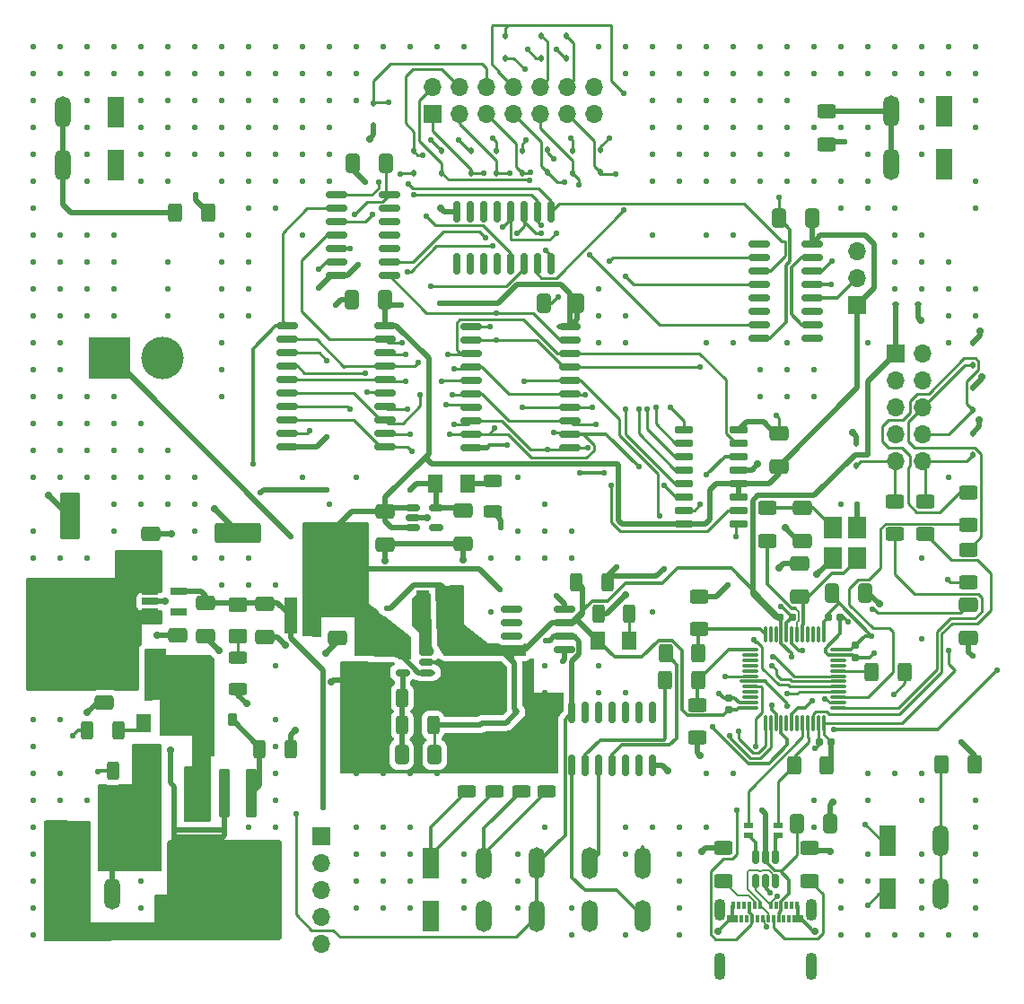
<source format=gbr>
%TF.GenerationSoftware,KiCad,Pcbnew,7.0.8*%
%TF.CreationDate,2023-11-24T11:58:06+01:00*%
%TF.ProjectId,menelaos-rev3,6d656e65-6c61-46f7-932d-726576332e6b,rev?*%
%TF.SameCoordinates,Original*%
%TF.FileFunction,Copper,L1,Top*%
%TF.FilePolarity,Positive*%
%FSLAX46Y46*%
G04 Gerber Fmt 4.6, Leading zero omitted, Abs format (unit mm)*
G04 Created by KiCad (PCBNEW 7.0.8) date 2023-11-24 11:58:06*
%MOMM*%
%LPD*%
G01*
G04 APERTURE LIST*
G04 Aperture macros list*
%AMRoundRect*
0 Rectangle with rounded corners*
0 $1 Rounding radius*
0 $2 $3 $4 $5 $6 $7 $8 $9 X,Y pos of 4 corners*
0 Add a 4 corners polygon primitive as box body*
4,1,4,$2,$3,$4,$5,$6,$7,$8,$9,$2,$3,0*
0 Add four circle primitives for the rounded corners*
1,1,$1+$1,$2,$3*
1,1,$1+$1,$4,$5*
1,1,$1+$1,$6,$7*
1,1,$1+$1,$8,$9*
0 Add four rect primitives between the rounded corners*
20,1,$1+$1,$2,$3,$4,$5,0*
20,1,$1+$1,$4,$5,$6,$7,0*
20,1,$1+$1,$6,$7,$8,$9,0*
20,1,$1+$1,$8,$9,$2,$3,0*%
G04 Aperture macros list end*
%TA.AperFunction,SMDPad,CuDef*%
%ADD10RoundRect,0.250000X-0.312500X-0.625000X0.312500X-0.625000X0.312500X0.625000X-0.312500X0.625000X0*%
%TD*%
%TA.AperFunction,SMDPad,CuDef*%
%ADD11RoundRect,0.250000X-0.400000X-0.625000X0.400000X-0.625000X0.400000X0.625000X-0.400000X0.625000X0*%
%TD*%
%TA.AperFunction,SMDPad,CuDef*%
%ADD12RoundRect,0.112500X0.112500X-0.187500X0.112500X0.187500X-0.112500X0.187500X-0.112500X-0.187500X0*%
%TD*%
%TA.AperFunction,ComponentPad*%
%ADD13R,1.500000X3.000000*%
%TD*%
%TA.AperFunction,ComponentPad*%
%ADD14O,1.500000X3.000000*%
%TD*%
%TA.AperFunction,SMDPad,CuDef*%
%ADD15RoundRect,0.150000X-0.512500X-0.150000X0.512500X-0.150000X0.512500X0.150000X-0.512500X0.150000X0*%
%TD*%
%TA.AperFunction,SMDPad,CuDef*%
%ADD16RoundRect,0.250000X-0.650000X0.412500X-0.650000X-0.412500X0.650000X-0.412500X0.650000X0.412500X0*%
%TD*%
%TA.AperFunction,SMDPad,CuDef*%
%ADD17RoundRect,0.150000X0.725000X0.150000X-0.725000X0.150000X-0.725000X-0.150000X0.725000X-0.150000X0*%
%TD*%
%TA.AperFunction,SMDPad,CuDef*%
%ADD18RoundRect,0.150000X-0.875000X-0.150000X0.875000X-0.150000X0.875000X0.150000X-0.875000X0.150000X0*%
%TD*%
%TA.AperFunction,SMDPad,CuDef*%
%ADD19RoundRect,0.250000X-0.625000X0.400000X-0.625000X-0.400000X0.625000X-0.400000X0.625000X0.400000X0*%
%TD*%
%TA.AperFunction,SMDPad,CuDef*%
%ADD20RoundRect,0.250000X1.950000X0.700000X-1.950000X0.700000X-1.950000X-0.700000X1.950000X-0.700000X0*%
%TD*%
%TA.AperFunction,SMDPad,CuDef*%
%ADD21RoundRect,0.250000X-0.625000X0.312500X-0.625000X-0.312500X0.625000X-0.312500X0.625000X0.312500X0*%
%TD*%
%TA.AperFunction,SMDPad,CuDef*%
%ADD22RoundRect,0.250000X0.412500X0.650000X-0.412500X0.650000X-0.412500X-0.650000X0.412500X-0.650000X0*%
%TD*%
%TA.AperFunction,SMDPad,CuDef*%
%ADD23RoundRect,0.250001X-0.462499X-0.624999X0.462499X-0.624999X0.462499X0.624999X-0.462499X0.624999X0*%
%TD*%
%TA.AperFunction,SMDPad,CuDef*%
%ADD24RoundRect,0.155000X0.155000X-0.212500X0.155000X0.212500X-0.155000X0.212500X-0.155000X-0.212500X0*%
%TD*%
%TA.AperFunction,SMDPad,CuDef*%
%ADD25RoundRect,0.250001X0.624999X-0.462499X0.624999X0.462499X-0.624999X0.462499X-0.624999X-0.462499X0*%
%TD*%
%TA.AperFunction,ComponentPad*%
%ADD26R,1.700000X1.700000*%
%TD*%
%TA.AperFunction,ComponentPad*%
%ADD27O,1.700000X1.700000*%
%TD*%
%TA.AperFunction,SMDPad,CuDef*%
%ADD28RoundRect,0.150000X0.150000X-0.512500X0.150000X0.512500X-0.150000X0.512500X-0.150000X-0.512500X0*%
%TD*%
%TA.AperFunction,SMDPad,CuDef*%
%ADD29R,1.300000X3.400000*%
%TD*%
%TA.AperFunction,SMDPad,CuDef*%
%ADD30RoundRect,0.250000X0.650000X-0.412500X0.650000X0.412500X-0.650000X0.412500X-0.650000X-0.412500X0*%
%TD*%
%TA.AperFunction,SMDPad,CuDef*%
%ADD31R,1.800000X2.100000*%
%TD*%
%TA.AperFunction,ComponentPad*%
%ADD32R,4.000000X4.000000*%
%TD*%
%TA.AperFunction,ComponentPad*%
%ADD33C,4.000000*%
%TD*%
%TA.AperFunction,SMDPad,CuDef*%
%ADD34RoundRect,0.150000X0.825000X0.150000X-0.825000X0.150000X-0.825000X-0.150000X0.825000X-0.150000X0*%
%TD*%
%TA.AperFunction,SMDPad,CuDef*%
%ADD35RoundRect,0.112500X-0.112500X0.187500X-0.112500X-0.187500X0.112500X-0.187500X0.112500X0.187500X0*%
%TD*%
%TA.AperFunction,SMDPad,CuDef*%
%ADD36RoundRect,0.250000X0.312500X0.625000X-0.312500X0.625000X-0.312500X-0.625000X0.312500X-0.625000X0*%
%TD*%
%TA.AperFunction,SMDPad,CuDef*%
%ADD37RoundRect,0.250000X0.625000X-0.400000X0.625000X0.400000X-0.625000X0.400000X-0.625000X-0.400000X0*%
%TD*%
%TA.AperFunction,SMDPad,CuDef*%
%ADD38RoundRect,0.225000X-0.225000X-0.375000X0.225000X-0.375000X0.225000X0.375000X-0.225000X0.375000X0*%
%TD*%
%TA.AperFunction,SMDPad,CuDef*%
%ADD39RoundRect,0.250001X0.462499X0.624999X-0.462499X0.624999X-0.462499X-0.624999X0.462499X-0.624999X0*%
%TD*%
%TA.AperFunction,SMDPad,CuDef*%
%ADD40R,1.560000X0.650000*%
%TD*%
%TA.AperFunction,SMDPad,CuDef*%
%ADD41RoundRect,0.150000X-0.150000X0.825000X-0.150000X-0.825000X0.150000X-0.825000X0.150000X0.825000X0*%
%TD*%
%TA.AperFunction,SMDPad,CuDef*%
%ADD42RoundRect,0.150000X-0.825000X-0.150000X0.825000X-0.150000X0.825000X0.150000X-0.825000X0.150000X0*%
%TD*%
%TA.AperFunction,SMDPad,CuDef*%
%ADD43RoundRect,0.150000X-0.150000X-0.200000X0.150000X-0.200000X0.150000X0.200000X-0.150000X0.200000X0*%
%TD*%
%TA.AperFunction,SMDPad,CuDef*%
%ADD44RoundRect,0.250000X0.400000X0.625000X-0.400000X0.625000X-0.400000X-0.625000X0.400000X-0.625000X0*%
%TD*%
%TA.AperFunction,SMDPad,CuDef*%
%ADD45R,0.900000X0.600000*%
%TD*%
%TA.AperFunction,SMDPad,CuDef*%
%ADD46RoundRect,0.155000X-0.155000X0.212500X-0.155000X-0.212500X0.155000X-0.212500X0.155000X0.212500X0*%
%TD*%
%TA.AperFunction,SMDPad,CuDef*%
%ADD47RoundRect,0.155000X-0.212500X-0.155000X0.212500X-0.155000X0.212500X0.155000X-0.212500X0.155000X0*%
%TD*%
%TA.AperFunction,SMDPad,CuDef*%
%ADD48RoundRect,0.250000X0.625000X-0.312500X0.625000X0.312500X-0.625000X0.312500X-0.625000X-0.312500X0*%
%TD*%
%TA.AperFunction,SMDPad,CuDef*%
%ADD49RoundRect,0.250000X-0.412500X-0.650000X0.412500X-0.650000X0.412500X0.650000X-0.412500X0.650000X0*%
%TD*%
%TA.AperFunction,SMDPad,CuDef*%
%ADD50RoundRect,0.112500X-0.187500X-0.112500X0.187500X-0.112500X0.187500X0.112500X-0.187500X0.112500X0*%
%TD*%
%TA.AperFunction,SMDPad,CuDef*%
%ADD51RoundRect,0.155000X0.212500X0.155000X-0.212500X0.155000X-0.212500X-0.155000X0.212500X-0.155000X0*%
%TD*%
%TA.AperFunction,SMDPad,CuDef*%
%ADD52RoundRect,0.250000X-0.300000X2.050000X-0.300000X-2.050000X0.300000X-2.050000X0.300000X2.050000X0*%
%TD*%
%TA.AperFunction,SMDPad,CuDef*%
%ADD53RoundRect,0.250000X-2.375000X2.025000X-2.375000X-2.025000X2.375000X-2.025000X2.375000X2.025000X0*%
%TD*%
%TA.AperFunction,SMDPad,CuDef*%
%ADD54RoundRect,0.250002X-5.149998X4.449998X-5.149998X-4.449998X5.149998X-4.449998X5.149998X4.449998X0*%
%TD*%
%TA.AperFunction,SMDPad,CuDef*%
%ADD55RoundRect,0.150000X0.512500X0.150000X-0.512500X0.150000X-0.512500X-0.150000X0.512500X-0.150000X0*%
%TD*%
%TA.AperFunction,SMDPad,CuDef*%
%ADD56RoundRect,0.075000X-0.075000X0.662500X-0.075000X-0.662500X0.075000X-0.662500X0.075000X0.662500X0*%
%TD*%
%TA.AperFunction,SMDPad,CuDef*%
%ADD57RoundRect,0.075000X-0.662500X0.075000X-0.662500X-0.075000X0.662500X-0.075000X0.662500X0.075000X0*%
%TD*%
%TA.AperFunction,SMDPad,CuDef*%
%ADD58RoundRect,0.250000X0.700000X-1.950000X0.700000X1.950000X-0.700000X1.950000X-0.700000X-1.950000X0*%
%TD*%
%TA.AperFunction,SMDPad,CuDef*%
%ADD59RoundRect,0.150000X0.150000X-0.825000X0.150000X0.825000X-0.150000X0.825000X-0.150000X-0.825000X0*%
%TD*%
%TA.AperFunction,SMDPad,CuDef*%
%ADD60R,0.300000X0.700000*%
%TD*%
%TA.AperFunction,SMDPad,CuDef*%
%ADD61R,1.000000X0.700000*%
%TD*%
%TA.AperFunction,ComponentPad*%
%ADD62O,1.100000X2.100000*%
%TD*%
%TA.AperFunction,ComponentPad*%
%ADD63O,1.100000X2.600000*%
%TD*%
%TA.AperFunction,ViaPad*%
%ADD64C,0.550000*%
%TD*%
%TA.AperFunction,ViaPad*%
%ADD65C,0.700000*%
%TD*%
%TA.AperFunction,Conductor*%
%ADD66C,0.500000*%
%TD*%
%TA.AperFunction,Conductor*%
%ADD67C,0.293370*%
%TD*%
%TA.AperFunction,Conductor*%
%ADD68C,0.300000*%
%TD*%
%TA.AperFunction,Conductor*%
%ADD69C,0.150000*%
%TD*%
G04 APERTURE END LIST*
D10*
%TO.P,R202,1*%
%TO.N,/power/POL-FET-G*%
X211037500Y-116450000D03*
%TO.P,R202,2*%
%TO.N,GND*%
X213962500Y-116450000D03*
%TD*%
D11*
%TO.P,R601,1*%
%TO.N,_zero*%
X203050000Y-65850000D03*
%TO.P,R601,2*%
%TO.N,+3.3VA*%
X206150000Y-65850000D03*
%TD*%
D12*
%TO.P,U408,1*%
%TO.N,e*%
X240600000Y-62100000D03*
%TO.P,U408,2*%
%TO.N,GND*%
X240600000Y-60000000D03*
%TD*%
D13*
%TO.P,J501,1*%
%TO.N,red*%
X227200000Y-127250000D03*
X227200000Y-132250000D03*
D14*
%TO.P,J501,2*%
%TO.N,white*%
X232200000Y-127250000D03*
X232200000Y-132250000D03*
%TO.P,J501,3*%
%TO.N,blue*%
X237200000Y-127250000D03*
X237200000Y-132250000D03*
%TO.P,J501,4*%
%TO.N,yellow*%
X242200000Y-127250000D03*
X242200000Y-132250000D03*
%TO.P,J501,5*%
%TO.N,black*%
X247200000Y-127250000D03*
X247200000Y-132250000D03*
%TD*%
D15*
%TO.P,U203,1,VIN*%
%TO.N,blue*%
X225462500Y-93700000D03*
%TO.P,U203,2,GND*%
%TO.N,GND*%
X225462500Y-94650000D03*
%TO.P,U203,3,EN*%
%TO.N,blue*%
X225462500Y-95600000D03*
%TO.P,U203,4,NC*%
%TO.N,unconnected-(U203-NC-Pad4)*%
X227737500Y-95600000D03*
%TO.P,U203,5,VOUT*%
%TO.N,+3.3VA*%
X227737500Y-93700000D03*
%TD*%
D16*
%TO.P,C310,1*%
%TO.N,/mcu/NRST*%
X277900000Y-102837500D03*
%TO.P,C310,2*%
%TO.N,GND*%
X277900000Y-105962500D03*
%TD*%
%TO.P,C211,1*%
%TO.N,+3.3V*%
X230950000Y-106725000D03*
%TO.P,C211,2*%
%TO.N,GND*%
X230950000Y-109850000D03*
%TD*%
D17*
%TO.P,U404,1,D1*%
%TO.N,/seven-segment-display/BCD_out2*%
X256250000Y-95220000D03*
%TO.P,U404,2,D2*%
%TO.N,/seven-segment-display/BCD_out3*%
X256250000Y-93950000D03*
%TO.P,U404,3,LT*%
%TO.N,blue*%
X256250000Y-92680000D03*
%TO.P,U404,4,BL*%
X256250000Y-91410000D03*
%TO.P,U404,5,LE*%
%TO.N,GND*%
X256250000Y-90140000D03*
%TO.P,U404,6,D3*%
%TO.N,/seven-segment-display/BCD_out4*%
X256250000Y-88870000D03*
%TO.P,U404,7,D0*%
%TO.N,/seven-segment-display/BCD_out1*%
X256250000Y-87600000D03*
%TO.P,U404,8,GND*%
%TO.N,GND*%
X256250000Y-86330000D03*
%TO.P,U404,9,e*%
%TO.N,e*%
X251100000Y-86330000D03*
%TO.P,U404,10,d*%
%TO.N,d*%
X251100000Y-87600000D03*
%TO.P,U404,11,c*%
%TO.N,c*%
X251100000Y-88870000D03*
%TO.P,U404,12,b*%
%TO.N,b*%
X251100000Y-90140000D03*
%TO.P,U404,13,a*%
%TO.N,a*%
X251100000Y-91410000D03*
%TO.P,U404,14,g*%
%TO.N,g*%
X251100000Y-92680000D03*
%TO.P,U404,15,f*%
%TO.N,f*%
X251100000Y-93950000D03*
%TO.P,U404,16,VCC*%
%TO.N,blue*%
X251100000Y-95220000D03*
%TD*%
D16*
%TO.P,C207,1*%
%TO.N,blue*%
X218350000Y-102825000D03*
%TO.P,C207,2*%
%TO.N,GND*%
X218350000Y-105950000D03*
%TD*%
D18*
%TO.P,U405,1,1OE*%
%TO.N,_tens*%
X231000000Y-76580000D03*
%TO.P,U405,2,1A0*%
%TO.N,_a1*%
X231000000Y-77850000D03*
%TO.P,U405,3,2Y0*%
%TO.N,/seven-segment-display/BCD_out1*%
X231000000Y-79120000D03*
%TO.P,U405,4,1A1*%
%TO.N,_a2*%
X231000000Y-80390000D03*
%TO.P,U405,5,2Y1*%
%TO.N,/seven-segment-display/BCD_out2*%
X231000000Y-81660000D03*
%TO.P,U405,6,1A2*%
%TO.N,_a3*%
X231000000Y-82930000D03*
%TO.P,U405,7,2Y2*%
%TO.N,/seven-segment-display/BCD_out3*%
X231000000Y-84200000D03*
%TO.P,U405,8,1A3*%
%TO.N,_a4*%
X231000000Y-85470000D03*
%TO.P,U405,9,2Y3*%
%TO.N,/seven-segment-display/BCD_out4*%
X231000000Y-86740000D03*
%TO.P,U405,10,GND*%
%TO.N,GND*%
X231000000Y-88010000D03*
%TO.P,U405,11,2A3*%
%TO.N,_a4*%
X240300000Y-88010000D03*
%TO.P,U405,12,1Y3*%
%TO.N,/seven-segment-display/BCD_out4*%
X240300000Y-86740000D03*
%TO.P,U405,13,2A2*%
%TO.N,_a3*%
X240300000Y-85470000D03*
%TO.P,U405,14,1Y2*%
%TO.N,/seven-segment-display/BCD_out3*%
X240300000Y-84200000D03*
%TO.P,U405,15,2A1*%
%TO.N,_a2*%
X240300000Y-82930000D03*
%TO.P,U405,16,1Y1*%
%TO.N,/seven-segment-display/BCD_out2*%
X240300000Y-81660000D03*
%TO.P,U405,17,2A0*%
%TO.N,_a1*%
X240300000Y-80390000D03*
%TO.P,U405,18,1Y0*%
%TO.N,/seven-segment-display/BCD_out1*%
X240300000Y-79120000D03*
%TO.P,U405,19,2OE*%
%TO.N,_hundreds*%
X240300000Y-77850000D03*
%TO.P,U405,20,VCC*%
%TO.N,blue*%
X240300000Y-76580000D03*
%TD*%
D13*
%TO.P,J201,1,Pin_1*%
%TO.N,/power/POL-FET-D*%
X192150000Y-125150000D03*
X192150000Y-130150000D03*
D14*
%TO.P,J201,2,Pin_2*%
%TO.N,/power/PowerIn-*%
X197150000Y-125150000D03*
X197150000Y-130150000D03*
%TD*%
D11*
%TO.P,R303,1*%
%TO.N,/mcu/USB_D+*%
X261450000Y-118000000D03*
%TO.P,R303,2*%
%TO.N,+3.3V*%
X264550000Y-118000000D03*
%TD*%
D19*
%TO.P,R309,1*%
%TO.N,/mcu/CONN_NRST*%
X277900000Y-97650000D03*
%TO.P,R309,2*%
%TO.N,/mcu/NRST*%
X277900000Y-100750000D03*
%TD*%
%TO.P,R308,1*%
%TO.N,/mcu/CONN_SWO*%
X277900000Y-92250000D03*
%TO.P,R308,2*%
%TO.N,/mcu/MCU_SWO*%
X277900000Y-95350000D03*
%TD*%
D20*
%TO.P,C208,1*%
%TO.N,blue*%
X217700000Y-96050000D03*
%TO.P,C208,2*%
%TO.N,GND*%
X209000000Y-96050000D03*
%TD*%
D21*
%TO.P,R501,1*%
%TO.N,GND*%
X230600000Y-117537500D03*
%TO.P,R501,2*%
%TO.N,red*%
X230600000Y-120462500D03*
%TD*%
D22*
%TO.P,C401,1*%
%TO.N,blue*%
X263162500Y-66400000D03*
%TO.P,C401,2*%
%TO.N,GND*%
X260037500Y-66400000D03*
%TD*%
D13*
%TO.P,J601,1,Pin_1*%
%TO.N,GND*%
X197500000Y-61400000D03*
X197500000Y-56400000D03*
D14*
%TO.P,J601,2,Pin_2*%
%TO.N,_zero*%
X192500000Y-61400000D03*
X192500000Y-56400000D03*
%TD*%
D21*
%TO.P,R503,1*%
%TO.N,GND*%
X238150000Y-117512500D03*
%TO.P,R503,2*%
%TO.N,white*%
X238150000Y-120437500D03*
%TD*%
D23*
%TO.P,D203,1,K*%
%TO.N,/power/12V-Unfiltered__LED_K*%
X200112500Y-114000000D03*
%TO.P,D203,2,A*%
%TO.N,/power/12V-Unfiltered*%
X203087500Y-114000000D03*
%TD*%
D24*
%TO.P,C304,1*%
%TO.N,+3.3V*%
X255300000Y-112767500D03*
%TO.P,C304,2*%
%TO.N,GND*%
X255300000Y-111632500D03*
%TD*%
D25*
%TO.P,D204,1,K*%
%TO.N,/power/LDO_LED_K*%
X208950000Y-105787500D03*
%TO.P,D204,2,A*%
%TO.N,VBUS*%
X208950000Y-102812500D03*
%TD*%
D26*
%TO.P,J402,1,Pin_1*%
%TO.N,a*%
X227375000Y-56525000D03*
D27*
%TO.P,J402,2,Pin_2*%
%TO.N,b*%
X229915000Y-56525000D03*
%TO.P,J402,3,Pin_3*%
%TO.N,c*%
X232455000Y-56525000D03*
%TO.P,J402,4,Pin_4*%
%TO.N,d*%
X234995000Y-56525000D03*
%TO.P,J402,5,Pin_5*%
%TO.N,e*%
X237535000Y-56525000D03*
%TO.P,J402,6,Pin_6*%
%TO.N,f*%
X240075000Y-56525000D03*
%TO.P,J402,7,Pin_7*%
%TO.N,unconnected-(J402-Pin_7-Pad7)*%
X242615000Y-56525000D03*
%TO.P,J402,8,Pin_8*%
%TO.N,unconnected-(J402-Pin_8-Pad8)*%
X242615000Y-53985000D03*
%TO.P,J402,9,Pin_9*%
%TO.N,g*%
X240075000Y-53985000D03*
%TO.P,J402,10,Pin_10*%
%TO.N,dp*%
X237535000Y-53985000D03*
%TO.P,J402,11,Pin_11*%
%TO.N,ones*%
X234995000Y-53985000D03*
%TO.P,J402,12,Pin_12*%
%TO.N,tens*%
X232455000Y-53985000D03*
%TO.P,J402,13,Pin_13*%
%TO.N,hundreds*%
X229915000Y-53985000D03*
%TO.P,J402,14,Pin_14*%
%TO.N,thousands*%
X227375000Y-53985000D03*
%TD*%
D28*
%TO.P,U307,1,I/O1*%
%TO.N,/mcu/USB_CONN_D-*%
X257800000Y-128887500D03*
%TO.P,U307,2,GND*%
%TO.N,GND*%
X258750000Y-128887500D03*
%TO.P,U307,3,I/O2*%
%TO.N,/mcu/USB_CONN_D+*%
X259700000Y-128887500D03*
%TO.P,U307,4,I/O2*%
%TO.N,/mcu/USB_CMC_D+*%
X259700000Y-126612500D03*
%TO.P,U307,5,VBUS*%
%TO.N,VBUS*%
X258750000Y-126612500D03*
%TO.P,U307,6,I/O1*%
%TO.N,/mcu/USB_CMC_D-*%
X257800000Y-126612500D03*
%TD*%
D29*
%TO.P,L202,1,1*%
%TO.N,VBUS*%
X213950000Y-103900000D03*
%TO.P,L202,2,2*%
%TO.N,blue*%
X216050000Y-103900000D03*
%TD*%
D21*
%TO.P,R504,1*%
%TO.N,GND*%
X235700000Y-117512500D03*
%TO.P,R504,2*%
%TO.N,white*%
X235700000Y-120437500D03*
%TD*%
D16*
%TO.P,C212,1*%
%TO.N,+3.3VA*%
X230200000Y-93975000D03*
%TO.P,C212,2*%
%TO.N,GND*%
X230200000Y-97100000D03*
%TD*%
D12*
%TO.P,U305,1*%
%TO.N,/mcu/CONN_SWO*%
X278300000Y-84450000D03*
%TO.P,U305,2*%
%TO.N,GND*%
X278300000Y-82350000D03*
%TD*%
D10*
%TO.P,R206,1*%
%TO.N,/power/SW_FB*%
X224487500Y-111650000D03*
%TO.P,R206,2*%
%TO.N,GND*%
X227412500Y-111650000D03*
%TD*%
D30*
%TO.P,C301,1*%
%TO.N,/mcu/HSE_IN*%
X262000000Y-102062500D03*
%TO.P,C301,2*%
%TO.N,GND*%
X262000000Y-98937500D03*
%TD*%
D31*
%TO.P,Y301,1,1*%
%TO.N,/mcu/HSE_IN*%
X267400000Y-98450000D03*
%TO.P,Y301,2,2*%
%TO.N,GND*%
X267400000Y-95550000D03*
%TO.P,Y301,3,3*%
%TO.N,/mcu/XTAL_IN*%
X265100000Y-95550000D03*
%TO.P,Y301,4,4*%
%TO.N,GND*%
X265100000Y-98450000D03*
%TD*%
D26*
%TO.P,J301,1,Pin_1*%
%TO.N,+3.3V*%
X271050000Y-79120000D03*
D27*
%TO.P,J301,2,Pin_2*%
%TO.N,GND*%
X273590000Y-79120000D03*
%TO.P,J301,3,Pin_3*%
X271050000Y-81660000D03*
%TO.P,J301,4,Pin_4*%
%TO.N,unconnected-(J301-Pin_4-Pad4)*%
X273590000Y-81660000D03*
%TO.P,J301,5,Pin_5*%
%TO.N,GND*%
X271050000Y-84200000D03*
%TO.P,J301,6,Pin_6*%
%TO.N,/mcu/CONN_NRST*%
X273590000Y-84200000D03*
%TO.P,J301,7,Pin_7*%
%TO.N,unconnected-(J301-Pin_7-Pad7)*%
X271050000Y-86740000D03*
%TO.P,J301,8,Pin_8*%
%TO.N,/mcu/CONN_SWO*%
X273590000Y-86740000D03*
%TO.P,J301,9,Pin_9*%
%TO.N,/mcu/CONN_SWCLK*%
X271050000Y-89280000D03*
%TO.P,J301,10,Pin_10*%
%TO.N,/mcu/CONN_SWDIO*%
X273590000Y-89280000D03*
%TD*%
D32*
%TO.P,C214,1*%
%TO.N,+3.3V*%
X196850000Y-79600000D03*
D33*
%TO.P,C214,2*%
%TO.N,GND*%
X201850000Y-79600000D03*
%TD*%
D11*
%TO.P,R603,1*%
%TO.N,_mode*%
X275400000Y-117950000D03*
%TO.P,R603,2*%
%TO.N,+3.3VA*%
X278500000Y-117950000D03*
%TD*%
D19*
%TO.P,R602,1*%
%TO.N,_config*%
X264550000Y-56300000D03*
%TO.P,R602,2*%
%TO.N,+3.3VA*%
X264550000Y-59400000D03*
%TD*%
D22*
%TO.P,C213,1*%
%TO.N,+3.3V*%
X227562500Y-117000000D03*
%TO.P,C213,2*%
%TO.N,/power/SW_FB*%
X224437500Y-117000000D03*
%TD*%
D34*
%TO.P,U204,1*%
%TO.N,_save*%
X239775000Y-107105000D03*
%TO.P,U204,2,-*%
%TO.N,blue*%
X239775000Y-105835000D03*
%TO.P,U204,3,+*%
%TO.N,+3.3V*%
X239775000Y-104565000D03*
%TO.P,U204,4,V-*%
%TO.N,GND*%
X239775000Y-103295000D03*
%TO.P,U204,5,+*%
%TO.N,unconnected-(U204B-+-Pad5)*%
X234825000Y-103295000D03*
%TO.P,U204,6,-*%
%TO.N,unconnected-(U204B---Pad6)*%
X234825000Y-104565000D03*
%TO.P,U204,7*%
%TO.N,unconnected-(U204-Pad7)*%
X234825000Y-105835000D03*
%TO.P,U204,8,V+*%
%TO.N,+3.3V*%
X234825000Y-107105000D03*
%TD*%
D35*
%TO.P,U415,1*%
%TO.N,tens*%
X221800000Y-55550000D03*
%TO.P,U415,2*%
%TO.N,GND*%
X221800000Y-57650000D03*
%TD*%
D36*
%TO.P,R205,1*%
%TO.N,+3.3V*%
X227412500Y-114200000D03*
%TO.P,R205,2*%
%TO.N,/power/SW_FB*%
X224487500Y-114200000D03*
%TD*%
D37*
%TO.P,R507,1*%
%TO.N,GND*%
X252300000Y-115400000D03*
%TO.P,R507,2*%
%TO.N,_chB*%
X252300000Y-112300000D03*
%TD*%
D19*
%TO.P,R306,1*%
%TO.N,/mcu/CONN_SWDIO*%
X273850000Y-93100000D03*
%TO.P,R306,2*%
%TO.N,/mcu/MCU_SWDIO*%
X273850000Y-96200000D03*
%TD*%
D38*
%TO.P,D202,1,K*%
%TO.N,/power/12V-Unfiltered*%
X205150000Y-113700000D03*
%TO.P,D202,2,A*%
%TO.N,/power/POL-FET-G*%
X208450000Y-113700000D03*
%TD*%
D26*
%TO.P,J303,1,Pin_1*%
%TO.N,GND*%
X216900000Y-124660000D03*
D27*
%TO.P,J303,2,Pin_2*%
X216900000Y-127200000D03*
%TO.P,J303,3,Pin_3*%
X216900000Y-129740000D03*
%TO.P,J303,4,Pin_4*%
X216900000Y-132280000D03*
%TO.P,J303,5,Pin_5*%
X216900000Y-134820000D03*
%TD*%
D16*
%TO.P,C205,1*%
%TO.N,VBUS*%
X205900000Y-102687500D03*
%TO.P,C205,2*%
%TO.N,GND*%
X205900000Y-105812500D03*
%TD*%
D12*
%TO.P,U412,1*%
%TO.N,a*%
X231000000Y-62100000D03*
%TO.P,U412,2*%
%TO.N,GND*%
X231000000Y-60000000D03*
%TD*%
D16*
%TO.P,C206,1*%
%TO.N,VBUS*%
X211500000Y-102787500D03*
%TO.P,C206,2*%
%TO.N,GND*%
X211500000Y-105912500D03*
%TD*%
D22*
%TO.P,C402,1*%
%TO.N,blue*%
X222862500Y-74100000D03*
%TO.P,C402,2*%
%TO.N,GND*%
X219737500Y-74100000D03*
%TD*%
D10*
%TO.P,R209,1*%
%TO.N,+3.3V*%
X240925000Y-100700000D03*
%TO.P,R209,2*%
%TO.N,_save*%
X243850000Y-100700000D03*
%TD*%
D39*
%TO.P,D205,1,K*%
%TO.N,/power/LDO2_LED_K*%
X230625000Y-91400000D03*
%TO.P,D205,2,A*%
%TO.N,+3.3VA*%
X227650000Y-91400000D03*
%TD*%
D35*
%TO.P,U414,1*%
%TO.N,hundreds*%
X225600000Y-60050000D03*
%TO.P,U414,2*%
%TO.N,GND*%
X225600000Y-62150000D03*
%TD*%
D12*
%TO.P,U303,1*%
%TO.N,/mcu/CONN_SWDIO*%
X278300000Y-88750000D03*
%TO.P,U303,2*%
%TO.N,GND*%
X278300000Y-86650000D03*
%TD*%
D30*
%TO.P,C404,1*%
%TO.N,blue*%
X260000000Y-89775000D03*
%TO.P,C404,2*%
%TO.N,GND*%
X260000000Y-86650000D03*
%TD*%
D40*
%TO.P,U201,1,Vin*%
%TO.N,+12V*%
X200700000Y-101600000D03*
%TO.P,U201,2,GND*%
%TO.N,GND*%
X200700000Y-102550000D03*
%TO.P,U201,3,EN*%
%TO.N,+12V*%
X200700000Y-103500000D03*
%TO.P,U201,4,NC*%
%TO.N,unconnected-(U201-NC-Pad4)*%
X203400000Y-103500000D03*
%TO.P,U201,5,Vout*%
%TO.N,VBUS*%
X203400000Y-101600000D03*
%TD*%
D41*
%TO.P,U406,1,I1*%
%TO.N,/seven-segment-display/COUNT_0*%
X238545000Y-65725000D03*
%TO.P,U406,2,I2*%
%TO.N,/seven-segment-display/COUNT_1*%
X237275000Y-65725000D03*
%TO.P,U406,3,I3*%
%TO.N,/seven-segment-display/COUNT_2*%
X236005000Y-65725000D03*
%TO.P,U406,4,I4*%
%TO.N,/seven-segment-display/COUNT_3*%
X234735000Y-65725000D03*
%TO.P,U406,5,I5*%
%TO.N,unconnected-(U406-I5-Pad5)*%
X233465000Y-65725000D03*
%TO.P,U406,6,I6*%
%TO.N,unconnected-(U406-I6-Pad6)*%
X232195000Y-65725000D03*
%TO.P,U406,7,I7*%
%TO.N,unconnected-(U406-I7-Pad7)*%
X230925000Y-65725000D03*
%TO.P,U406,8,GND*%
%TO.N,GND*%
X229655000Y-65725000D03*
%TO.P,U406,9,COM*%
%TO.N,unconnected-(U406-COM-Pad9)*%
X229655000Y-70675000D03*
%TO.P,U406,10,O7*%
%TO.N,unconnected-(U406-O7-Pad10)*%
X230925000Y-70675000D03*
%TO.P,U406,11,O6*%
%TO.N,unconnected-(U406-O6-Pad11)*%
X232195000Y-70675000D03*
%TO.P,U406,12,O5*%
%TO.N,unconnected-(U406-O5-Pad12)*%
X233465000Y-70675000D03*
%TO.P,U406,13,O4*%
%TO.N,hundreds*%
X234735000Y-70675000D03*
%TO.P,U406,14,O3*%
%TO.N,tens*%
X236005000Y-70675000D03*
%TO.P,U406,15,O2*%
%TO.N,ones*%
X237275000Y-70675000D03*
%TO.P,U406,16,O1*%
%TO.N,thousands*%
X238545000Y-70675000D03*
%TD*%
D37*
%TO.P,R302,1*%
%TO.N,/mcu/HSE_OUT*%
X258900000Y-96800000D03*
%TO.P,R302,2*%
%TO.N,/mcu/XTAL_IN*%
X258900000Y-93700000D03*
%TD*%
D19*
%TO.P,R305,1*%
%TO.N,GND*%
X262950000Y-125800000D03*
%TO.P,R305,2*%
%TO.N,/mcu/USB_CONN_CC2*%
X262950000Y-128900000D03*
%TD*%
D35*
%TO.P,U417,1*%
%TO.N,dp*%
X237600000Y-49150000D03*
%TO.P,U417,2*%
%TO.N,GND*%
X237600000Y-51250000D03*
%TD*%
D29*
%TO.P,L201,1,1*%
%TO.N,/power/12V-Unfiltered*%
X200900000Y-108850000D03*
%TO.P,L201,2,2*%
%TO.N,+12V*%
X198800000Y-108850000D03*
%TD*%
D21*
%TO.P,R502,1*%
%TO.N,GND*%
X233200000Y-117537500D03*
%TO.P,R502,2*%
%TO.N,red*%
X233200000Y-120462500D03*
%TD*%
D30*
%TO.P,C204,1*%
%TO.N,+12V*%
X200800000Y-99262500D03*
%TO.P,C204,2*%
%TO.N,GND*%
X200800000Y-96137500D03*
%TD*%
D42*
%TO.P,U402,1,5*%
%TO.N,unconnected-(U402-5-Pad1)*%
X258200000Y-68780000D03*
%TO.P,U402,2,1*%
%TO.N,/seven-segment-display/COUNT_1*%
X258200000Y-70050000D03*
%TO.P,U402,3,0*%
%TO.N,/seven-segment-display/COUNT_0*%
X258200000Y-71320000D03*
%TO.P,U402,4,2*%
%TO.N,/seven-segment-display/COUNT_2*%
X258200000Y-72590000D03*
%TO.P,U402,5,6*%
%TO.N,unconnected-(U402-6-Pad5)*%
X258200000Y-73860000D03*
%TO.P,U402,6,7*%
%TO.N,unconnected-(U402-7-Pad6)*%
X258200000Y-75130000D03*
%TO.P,U402,7,3*%
%TO.N,/seven-segment-display/COUNT_3*%
X258200000Y-76400000D03*
%TO.P,U402,8,GND*%
%TO.N,GND*%
X258200000Y-77670000D03*
%TO.P,U402,9,8*%
%TO.N,unconnected-(U402-8-Pad9)*%
X263150000Y-77670000D03*
%TO.P,U402,10,4*%
%TO.N,/seven-segment-display/4017_RST*%
X263150000Y-76400000D03*
%TO.P,U402,11,9*%
%TO.N,unconnected-(U402-9-Pad11)*%
X263150000Y-75130000D03*
%TO.P,U402,12,TERMINAL_COUNT*%
%TO.N,/seven-segment-display/4017_TC*%
X263150000Y-73860000D03*
%TO.P,U402,13,CLOCK_ENABLE*%
%TO.N,GND*%
X263150000Y-72590000D03*
%TO.P,U402,14,CLOCK*%
%TO.N,_clk*%
X263150000Y-71320000D03*
%TO.P,U402,15,MASTER_RESET*%
%TO.N,/seven-segment-display/4017_RST*%
X263150000Y-70050000D03*
%TO.P,U402,16,Vcc*%
%TO.N,blue*%
X263150000Y-68780000D03*
%TD*%
D12*
%TO.P,U306,1*%
%TO.N,/mcu/CONN_NRST*%
X278300000Y-80250000D03*
%TO.P,U306,2*%
%TO.N,GND*%
X278300000Y-78150000D03*
%TD*%
%TO.P,U409,1*%
%TO.N,d*%
X238200000Y-62050000D03*
%TO.P,U409,2*%
%TO.N,GND*%
X238200000Y-59950000D03*
%TD*%
D29*
%TO.P,L203,1,1*%
%TO.N,/power/SW_L*%
X226450000Y-103150000D03*
%TO.P,L203,2,2*%
%TO.N,+3.3V*%
X228550000Y-103150000D03*
%TD*%
D43*
%TO.P,D201,1,K*%
%TO.N,/power/POL-FET-D*%
X202650000Y-116550000D03*
%TO.P,D201,2,A*%
%TO.N,/power/PowerIn-*%
X201250000Y-116550000D03*
%TD*%
D21*
%TO.P,R207,1*%
%TO.N,/power/LDO2_LED_K*%
X233000000Y-91137500D03*
%TO.P,R207,2*%
%TO.N,GND*%
X233000000Y-94062500D03*
%TD*%
D44*
%TO.P,R301,1*%
%TO.N,GND*%
X271900000Y-109200000D03*
%TO.P,R301,2*%
%TO.N,/mcu/BOOT0*%
X268800000Y-109200000D03*
%TD*%
D22*
%TO.P,C405,1*%
%TO.N,blue*%
X222962500Y-61200000D03*
%TO.P,C405,2*%
%TO.N,GND*%
X219837500Y-61200000D03*
%TD*%
D45*
%TO.P,U308,1,1*%
%TO.N,/mcu/USB_CMC_D-*%
X257150000Y-124650000D03*
%TO.P,U308,2,2*%
%TO.N,/mcu/USB_CMC_D+*%
X259950000Y-124650000D03*
%TO.P,U308,3,3*%
%TO.N,/mcu/USB_D+*%
X259950000Y-123650000D03*
%TO.P,U308,4,4*%
%TO.N,/mcu/USB_D-*%
X257150000Y-123650000D03*
%TD*%
D12*
%TO.P,U413,1*%
%TO.N,thousands*%
X228200000Y-62100000D03*
%TO.P,U413,2*%
%TO.N,GND*%
X228200000Y-60000000D03*
%TD*%
D46*
%TO.P,C307,1*%
%TO.N,+3.3V*%
X267250000Y-106682500D03*
%TO.P,C307,2*%
%TO.N,GND*%
X267250000Y-107817500D03*
%TD*%
D11*
%TO.P,R506,1*%
%TO.N,/cable/SCHMITT_A*%
X249350000Y-107450000D03*
%TO.P,R506,2*%
%TO.N,_chA*%
X252450000Y-107450000D03*
%TD*%
D47*
%TO.P,C305,1*%
%TO.N,+3.3V*%
X264682500Y-104000000D03*
%TO.P,C305,2*%
%TO.N,GND*%
X265817500Y-104000000D03*
%TD*%
D11*
%TO.P,R505,1*%
%TO.N,/cable/SCHMITT_B*%
X249300000Y-109950000D03*
%TO.P,R505,2*%
%TO.N,_chB*%
X252400000Y-109950000D03*
%TD*%
D48*
%TO.P,R204,1*%
%TO.N,GND*%
X209000000Y-110775000D03*
%TO.P,R204,2*%
%TO.N,/power/LDO_LED_K*%
X209000000Y-107850000D03*
%TD*%
D18*
%TO.P,U401,1,1OE*%
%TO.N,_thousands*%
X213600000Y-76530000D03*
%TO.P,U401,2,1A0*%
%TO.N,_a1*%
X213600000Y-77800000D03*
%TO.P,U401,3,2Y0*%
%TO.N,/seven-segment-display/BCD_out1*%
X213600000Y-79070000D03*
%TO.P,U401,4,1A1*%
%TO.N,_a2*%
X213600000Y-80340000D03*
%TO.P,U401,5,2Y1*%
%TO.N,/seven-segment-display/BCD_out2*%
X213600000Y-81610000D03*
%TO.P,U401,6,1A2*%
%TO.N,_a3*%
X213600000Y-82880000D03*
%TO.P,U401,7,2Y2*%
%TO.N,/seven-segment-display/BCD_out3*%
X213600000Y-84150000D03*
%TO.P,U401,8,1A3*%
%TO.N,_a4*%
X213600000Y-85420000D03*
%TO.P,U401,9,2Y3*%
%TO.N,/seven-segment-display/BCD_out4*%
X213600000Y-86690000D03*
%TO.P,U401,10,GND*%
%TO.N,GND*%
X213600000Y-87960000D03*
%TO.P,U401,11,2A3*%
%TO.N,_a4*%
X222900000Y-87960000D03*
%TO.P,U401,12,1Y3*%
%TO.N,/seven-segment-display/BCD_out4*%
X222900000Y-86690000D03*
%TO.P,U401,13,2A2*%
%TO.N,_a3*%
X222900000Y-85420000D03*
%TO.P,U401,14,1Y2*%
%TO.N,/seven-segment-display/BCD_out3*%
X222900000Y-84150000D03*
%TO.P,U401,15,2A1*%
%TO.N,_a2*%
X222900000Y-82880000D03*
%TO.P,U401,16,1Y1*%
%TO.N,/seven-segment-display/BCD_out2*%
X222900000Y-81610000D03*
%TO.P,U401,17,2A0*%
%TO.N,_a1*%
X222900000Y-80340000D03*
%TO.P,U401,18,1Y0*%
%TO.N,/seven-segment-display/BCD_out1*%
X222900000Y-79070000D03*
%TO.P,U401,19,2OE*%
%TO.N,_ones*%
X222900000Y-77800000D03*
%TO.P,U401,20,VCC*%
%TO.N,blue*%
X222900000Y-76530000D03*
%TD*%
D12*
%TO.P,U411,1*%
%TO.N,b*%
X233400000Y-62100000D03*
%TO.P,U411,2*%
%TO.N,GND*%
X233400000Y-60000000D03*
%TD*%
D49*
%TO.P,C303,1*%
%TO.N,+3.3V*%
X265037500Y-101750000D03*
%TO.P,C303,2*%
%TO.N,GND*%
X268162500Y-101750000D03*
%TD*%
D35*
%TO.P,U416,1*%
%TO.N,ones*%
X234188000Y-49150000D03*
%TO.P,U416,2*%
%TO.N,GND*%
X234188000Y-51250000D03*
%TD*%
D12*
%TO.P,U407,1*%
%TO.N,f*%
X243200000Y-62050000D03*
%TO.P,U407,2*%
%TO.N,GND*%
X243200000Y-59950000D03*
%TD*%
D22*
%TO.P,C309,1*%
%TO.N,GND*%
X264862500Y-123500000D03*
%TO.P,C309,2*%
%TO.N,VBUS*%
X261737500Y-123500000D03*
%TD*%
D36*
%TO.P,R208,1*%
%TO.N,/power/SW_LED_K*%
X245912500Y-103700000D03*
%TO.P,R208,2*%
%TO.N,GND*%
X242987500Y-103700000D03*
%TD*%
D26*
%TO.P,J401,1,Pin_1*%
%TO.N,blue*%
X267400000Y-74530000D03*
D27*
%TO.P,J401,2,Pin_2*%
%TO.N,/seven-segment-display/4017_TC*%
X267400000Y-71990000D03*
%TO.P,J401,3,Pin_3*%
%TO.N,GND*%
X267400000Y-69450000D03*
%TD*%
D50*
%TO.P,U302,1*%
%TO.N,+3.3V*%
X271050000Y-74450000D03*
%TO.P,U302,2*%
%TO.N,GND*%
X273150000Y-74450000D03*
%TD*%
D13*
%TO.P,J602,1,Pin_1*%
%TO.N,GND*%
X270250000Y-125150000D03*
X270250000Y-130150000D03*
D14*
%TO.P,J602,2,Pin_2*%
%TO.N,_mode*%
X275250000Y-125150000D03*
X275250000Y-130150000D03*
%TD*%
D16*
%TO.P,C302,1*%
%TO.N,/mcu/XTAL_IN*%
X262200000Y-93675000D03*
%TO.P,C302,2*%
%TO.N,GND*%
X262200000Y-96800000D03*
%TD*%
D22*
%TO.P,C403,1*%
%TO.N,blue*%
X240962500Y-74400000D03*
%TO.P,C403,2*%
%TO.N,GND*%
X237837500Y-74400000D03*
%TD*%
D42*
%TO.P,U403,1*%
%TO.N,/seven-segment-display/COUNT_0*%
X218325000Y-64190000D03*
%TO.P,U403,2*%
%TO.N,_thousands*%
X218325000Y-65460000D03*
%TO.P,U403,3*%
%TO.N,/seven-segment-display/COUNT_1*%
X218325000Y-66730000D03*
%TO.P,U403,4*%
%TO.N,_ones*%
X218325000Y-68000000D03*
%TO.P,U403,5*%
%TO.N,/seven-segment-display/COUNT_2*%
X218325000Y-69270000D03*
%TO.P,U403,6*%
%TO.N,_tens*%
X218325000Y-70540000D03*
%TO.P,U403,7,GND*%
%TO.N,GND*%
X218325000Y-71810000D03*
%TO.P,U403,8*%
%TO.N,_hundreds*%
X223275000Y-71810000D03*
%TO.P,U403,9*%
%TO.N,/seven-segment-display/COUNT_3*%
X223275000Y-70540000D03*
%TO.P,U403,10*%
%TO.N,unconnected-(U403-Pad10)*%
X223275000Y-69270000D03*
%TO.P,U403,11*%
%TO.N,unconnected-(U403-Pad11)*%
X223275000Y-68000000D03*
%TO.P,U403,12*%
%TO.N,unconnected-(U403-Pad12)*%
X223275000Y-66730000D03*
%TO.P,U403,13*%
%TO.N,unconnected-(U403-Pad13)*%
X223275000Y-65460000D03*
%TO.P,U403,14,VCC*%
%TO.N,blue*%
X223275000Y-64190000D03*
%TD*%
D51*
%TO.P,C306,1*%
%TO.N,+3.3V*%
X264967500Y-115800000D03*
%TO.P,C306,2*%
%TO.N,GND*%
X263832500Y-115800000D03*
%TD*%
D47*
%TO.P,C308,1*%
%TO.N,+3.3V*%
X260132500Y-104000000D03*
%TO.P,C308,2*%
%TO.N,GND*%
X261267500Y-104000000D03*
%TD*%
D16*
%TO.P,C210,1*%
%TO.N,blue*%
X222900000Y-94037500D03*
%TO.P,C210,2*%
%TO.N,GND*%
X222900000Y-97162500D03*
%TD*%
%TO.P,C202,1*%
%TO.N,+12V*%
X196400000Y-108937500D03*
%TO.P,C202,2*%
%TO.N,GND*%
X196400000Y-112062500D03*
%TD*%
D52*
%TO.P,Q201,1,G*%
%TO.N,/power/POL-FET-G*%
X210290000Y-120625000D03*
%TO.P,Q201,2,D*%
%TO.N,/power/POL-FET-D*%
X207750000Y-120625000D03*
D53*
X210525000Y-127350000D03*
X204975000Y-127350000D03*
D54*
X207750000Y-129775000D03*
D53*
X210525000Y-132200000D03*
X204975000Y-132200000D03*
D52*
%TO.P,Q201,3,S*%
%TO.N,/power/12V-Unfiltered*%
X205210000Y-120625000D03*
%TD*%
D12*
%TO.P,U304,1*%
%TO.N,/mcu/CONN_SWCLK*%
X267300000Y-89700000D03*
%TO.P,U304,2*%
%TO.N,GND*%
X267300000Y-87600000D03*
%TD*%
D19*
%TO.P,R307,1*%
%TO.N,/mcu/CONN_SWCLK*%
X270950000Y-93100000D03*
%TO.P,R307,2*%
%TO.N,/mcu/MCU_SWCLK*%
X270950000Y-96200000D03*
%TD*%
D39*
%TO.P,D206,1,K*%
%TO.N,/power/SW_LED_K*%
X245937500Y-106250000D03*
%TO.P,D206,2,A*%
%TO.N,+3.3V*%
X242962500Y-106250000D03*
%TD*%
D55*
%TO.P,U202,1,EN*%
%TO.N,blue*%
X226800000Y-109250000D03*
%TO.P,U202,2,GND*%
%TO.N,GND*%
X226800000Y-108300000D03*
%TO.P,U202,3,SW*%
%TO.N,/power/SW_L*%
X226800000Y-107350000D03*
%TO.P,U202,4,VIN*%
%TO.N,blue*%
X224525000Y-107350000D03*
%TO.P,U202,5,FB*%
%TO.N,/power/SW_FB*%
X224525000Y-109250000D03*
%TD*%
D19*
%TO.P,R508,1*%
%TO.N,GND*%
X252500000Y-102050000D03*
%TO.P,R508,2*%
%TO.N,_chA*%
X252500000Y-105150000D03*
%TD*%
D10*
%TO.P,R201,1*%
%TO.N,GND*%
X197175000Y-118500000D03*
%TO.P,R201,2*%
%TO.N,/power/PowerIn-*%
X200100000Y-118500000D03*
%TD*%
D56*
%TO.P,U301,1,VBAT*%
%TO.N,+3.3V*%
X264250000Y-105675000D03*
%TO.P,U301,2,PC13*%
%TO.N,unconnected-(U301-PC13-Pad2)*%
X263750000Y-105675000D03*
%TO.P,U301,3,PC14*%
%TO.N,unconnected-(U301-PC14-Pad3)*%
X263250000Y-105675000D03*
%TO.P,U301,4,PC15*%
%TO.N,unconnected-(U301-PC15-Pad4)*%
X262750000Y-105675000D03*
%TO.P,U301,5,PD0*%
%TO.N,/mcu/HSE_IN*%
X262250000Y-105675000D03*
%TO.P,U301,6,PD1*%
%TO.N,/mcu/HSE_OUT*%
X261750000Y-105675000D03*
%TO.P,U301,7,NRST*%
%TO.N,/mcu/NRST*%
X261250000Y-105675000D03*
%TO.P,U301,8,VSSA*%
%TO.N,GND*%
X260750000Y-105675000D03*
%TO.P,U301,9,VDDA*%
%TO.N,+3.3V*%
X260250000Y-105675000D03*
%TO.P,U301,10,PA0*%
%TO.N,unconnected-(U301-PA0-Pad10)*%
X259750000Y-105675000D03*
%TO.P,U301,11,PA1*%
%TO.N,unconnected-(U301-PA1-Pad11)*%
X259250000Y-105675000D03*
%TO.P,U301,12,PA2*%
%TO.N,_chA*%
X258750000Y-105675000D03*
D57*
%TO.P,U301,13,PA3*%
%TO.N,_chB*%
X257337500Y-107087500D03*
%TO.P,U301,14,PA4*%
%TO.N,unconnected-(U301-PA4-Pad14)*%
X257337500Y-107587500D03*
%TO.P,U301,15,PA5*%
%TO.N,unconnected-(U301-PA5-Pad15)*%
X257337500Y-108087500D03*
%TO.P,U301,16,PA6*%
%TO.N,unconnected-(U301-PA6-Pad16)*%
X257337500Y-108587500D03*
%TO.P,U301,17,PA7*%
%TO.N,unconnected-(U301-PA7-Pad17)*%
X257337500Y-109087500D03*
%TO.P,U301,18,PB0*%
%TO.N,_zero*%
X257337500Y-109587500D03*
%TO.P,U301,19,PB1*%
%TO.N,_config*%
X257337500Y-110087500D03*
%TO.P,U301,20,PB2*%
%TO.N,_mode*%
X257337500Y-110587500D03*
%TO.P,U301,21,PB10*%
%TO.N,unconnected-(U301-PB10-Pad21)*%
X257337500Y-111087500D03*
%TO.P,U301,22,PB11*%
%TO.N,_dpBoard*%
X257337500Y-111587500D03*
%TO.P,U301,23,VSS*%
%TO.N,GND*%
X257337500Y-112087500D03*
%TO.P,U301,24,VDD*%
%TO.N,+3.3V*%
X257337500Y-112587500D03*
D56*
%TO.P,U301,25,PB12*%
%TO.N,_ones*%
X258750000Y-114000000D03*
%TO.P,U301,26,PB13*%
%TO.N,_tens*%
X259250000Y-114000000D03*
%TO.P,U301,27,PB14*%
%TO.N,_hundreds*%
X259750000Y-114000000D03*
%TO.P,U301,28,PB15*%
%TO.N,_thousands*%
X260250000Y-114000000D03*
%TO.P,U301,29,PA8*%
%TO.N,unconnected-(U301-PA8-Pad29)*%
X260750000Y-114000000D03*
%TO.P,U301,30,PA9*%
%TO.N,_clk*%
X261250000Y-114000000D03*
%TO.P,U301,31,PA10*%
%TO.N,unconnected-(U301-PA10-Pad31)*%
X261750000Y-114000000D03*
%TO.P,U301,32,PA11*%
%TO.N,/mcu/USB_D-*%
X262250000Y-114000000D03*
%TO.P,U301,33,PA12*%
%TO.N,/mcu/USB_D+*%
X262750000Y-114000000D03*
%TO.P,U301,34,PA13*%
%TO.N,/mcu/MCU_SWDIO*%
X263250000Y-114000000D03*
%TO.P,U301,35,VSS*%
%TO.N,GND*%
X263750000Y-114000000D03*
%TO.P,U301,36,VDD*%
%TO.N,+3.3V*%
X264250000Y-114000000D03*
D57*
%TO.P,U301,37,PA14*%
%TO.N,/mcu/MCU_SWCLK*%
X265662500Y-112587500D03*
%TO.P,U301,38,PA15*%
%TO.N,_save*%
X265662500Y-112087500D03*
%TO.P,U301,39,PB3*%
%TO.N,/mcu/MCU_SWO*%
X265662500Y-111587500D03*
%TO.P,U301,40,PB4*%
%TO.N,_a1*%
X265662500Y-111087500D03*
%TO.P,U301,41,PB5*%
%TO.N,_a2*%
X265662500Y-110587500D03*
%TO.P,U301,42,PB6*%
%TO.N,_a3*%
X265662500Y-110087500D03*
%TO.P,U301,43,PB7*%
%TO.N,_a4*%
X265662500Y-109587500D03*
%TO.P,U301,44,BOOT0*%
%TO.N,/mcu/BOOT0*%
X265662500Y-109087500D03*
%TO.P,U301,45,PB8*%
%TO.N,unconnected-(U301-PB8-Pad45)*%
X265662500Y-108587500D03*
%TO.P,U301,46,PB9*%
%TO.N,unconnected-(U301-PB9-Pad46)*%
X265662500Y-108087500D03*
%TO.P,U301,47,VSS*%
%TO.N,GND*%
X265662500Y-107587500D03*
%TO.P,U301,48,VDD*%
%TO.N,+3.3V*%
X265662500Y-107087500D03*
%TD*%
D58*
%TO.P,C203,1*%
%TO.N,+12V*%
X193150000Y-103150000D03*
%TO.P,C203,2*%
%TO.N,GND*%
X193150000Y-94450000D03*
%TD*%
D13*
%TO.P,J603,1,Pin_1*%
%TO.N,GND*%
X275650000Y-61300000D03*
X275650000Y-56300000D03*
D14*
%TO.P,J603,2,Pin_2*%
%TO.N,_config*%
X270650000Y-61300000D03*
X270650000Y-56300000D03*
%TD*%
D35*
%TO.P,U418,1*%
%TO.N,g*%
X240000000Y-49150000D03*
%TO.P,U418,2*%
%TO.N,GND*%
X240000000Y-51250000D03*
%TD*%
D16*
%TO.P,C209,1*%
%TO.N,blue*%
X221400000Y-106837500D03*
%TO.P,C209,2*%
%TO.N,GND*%
X221400000Y-109962500D03*
%TD*%
D12*
%TO.P,U410,1*%
%TO.N,c*%
X235800000Y-62100000D03*
%TO.P,U410,2*%
%TO.N,GND*%
X235800000Y-60000000D03*
%TD*%
D19*
%TO.P,R304,1*%
%TO.N,GND*%
X254800000Y-125800000D03*
%TO.P,R304,2*%
%TO.N,/mcu/USB_CONN_CC1*%
X254800000Y-128900000D03*
%TD*%
D59*
%TO.P,U501,1*%
%TO.N,black*%
X240500000Y-118000000D03*
%TO.P,U501,2*%
%TO.N,/cable/SCHMITT_B*%
X241770000Y-118000000D03*
%TO.P,U501,3*%
%TO.N,yellow*%
X243040000Y-118000000D03*
%TO.P,U501,4*%
%TO.N,/cable/SCHMITT_A*%
X244310000Y-118000000D03*
%TO.P,U501,5*%
%TO.N,unconnected-(U501-Pad5)*%
X245580000Y-118000000D03*
%TO.P,U501,6*%
%TO.N,unconnected-(U501-Pad6)*%
X246850000Y-118000000D03*
%TO.P,U501,7,GND*%
%TO.N,GND*%
X248120000Y-118000000D03*
%TO.P,U501,8*%
%TO.N,unconnected-(U501-Pad8)*%
X248120000Y-113050000D03*
%TO.P,U501,9*%
%TO.N,unconnected-(U501-Pad9)*%
X246850000Y-113050000D03*
%TO.P,U501,10*%
%TO.N,unconnected-(U501-Pad10)*%
X245580000Y-113050000D03*
%TO.P,U501,11*%
%TO.N,unconnected-(U501-Pad11)*%
X244310000Y-113050000D03*
%TO.P,U501,12*%
%TO.N,unconnected-(U501-Pad12)*%
X243040000Y-113050000D03*
%TO.P,U501,13*%
%TO.N,unconnected-(U501-Pad13)*%
X241770000Y-113050000D03*
%TO.P,U501,14,VCC*%
%TO.N,blue*%
X240500000Y-113050000D03*
%TD*%
D30*
%TO.P,C201,1*%
%TO.N,/power/12V-Unfiltered*%
X203300000Y-108862500D03*
%TO.P,C201,2*%
%TO.N,GND*%
X203300000Y-105737500D03*
%TD*%
D60*
%TO.P,J302,A1,GND*%
%TO.N,GND*%
X255750000Y-131200000D03*
%TO.P,J302,A2*%
%TO.N,N/C*%
X256250000Y-131200000D03*
%TO.P,J302,A3*%
X256750000Y-131200000D03*
%TO.P,J302,A4,VBUS*%
%TO.N,VBUS*%
X257250000Y-131200000D03*
%TO.P,J302,A5,CC1*%
%TO.N,/mcu/USB_CONN_CC1*%
X257750000Y-131200000D03*
%TO.P,J302,A6,D+*%
%TO.N,/mcu/USB_CONN_D+*%
X258250000Y-131200000D03*
%TO.P,J302,A7,D-*%
%TO.N,/mcu/USB_CONN_D-*%
X259250000Y-131200000D03*
%TO.P,J302,A8,SBU1*%
%TO.N,unconnected-(J302-SBU1-PadA8)*%
X259750000Y-131200000D03*
%TO.P,J302,A9,VBUS*%
%TO.N,VBUS*%
X260250000Y-131200000D03*
%TO.P,J302,A10*%
%TO.N,N/C*%
X260750000Y-131200000D03*
%TO.P,J302,A11*%
X261250000Y-131200000D03*
%TO.P,J302,A12,GND*%
%TO.N,GND*%
X261750000Y-131200000D03*
D61*
%TO.P,J302,B1,GND*%
X261850000Y-132500000D03*
D60*
%TO.P,J302,B2*%
%TO.N,N/C*%
X261000000Y-132500000D03*
%TO.P,J302,B3*%
X260500000Y-132500000D03*
%TO.P,J302,B4,VBUS*%
%TO.N,VBUS*%
X260000000Y-132500000D03*
%TO.P,J302,B5,CC2*%
%TO.N,/mcu/USB_CONN_CC2*%
X259500000Y-132500000D03*
%TO.P,J302,B6,D+*%
%TO.N,/mcu/USB_CONN_D+*%
X259000000Y-132500000D03*
%TO.P,J302,B7,D-*%
%TO.N,/mcu/USB_CONN_D-*%
X258500000Y-132500000D03*
%TO.P,J302,B8,SBU2*%
%TO.N,unconnected-(J302-SBU2-PadB8)*%
X258000000Y-132500000D03*
%TO.P,J302,B9,VBUS*%
%TO.N,VBUS*%
X257500000Y-132500000D03*
%TO.P,J302,B10*%
%TO.N,N/C*%
X257000000Y-132500000D03*
%TO.P,J302,B11*%
X256500000Y-132500000D03*
D61*
%TO.P,J302,B12,GND*%
%TO.N,GND*%
X255650000Y-132500000D03*
D62*
%TO.P,J302,S1,SHIELD*%
%TO.N,unconnected-(J302-SHIELD-PadS1)*%
X254430000Y-131610000D03*
D63*
X254430000Y-136970000D03*
D62*
X263070000Y-131610000D03*
D63*
X263070000Y-136970000D03*
%TD*%
D10*
%TO.P,R203,1*%
%TO.N,GND*%
X194787500Y-114700000D03*
%TO.P,R203,2*%
%TO.N,/power/12V-Unfiltered__LED_K*%
X197712500Y-114700000D03*
%TD*%
D64*
%TO.N,GND*%
X199865000Y-52755000D03*
X237965000Y-95935000D03*
X189705000Y-121335000D03*
D65*
X265100000Y-121500000D03*
D64*
X189705000Y-60375000D03*
X235425000Y-90855000D03*
X270850000Y-111300000D03*
X248125000Y-57835000D03*
X268400000Y-131200000D03*
X217645000Y-55295000D03*
X255745000Y-57835000D03*
X189705000Y-88315000D03*
X192245000Y-85775000D03*
X220185000Y-123875000D03*
X258285000Y-80695000D03*
X192245000Y-52755000D03*
X222725000Y-131495000D03*
D65*
X252800000Y-126100000D03*
D64*
X210025000Y-52755000D03*
X192245000Y-88315000D03*
X233800000Y-95600000D03*
X194785000Y-83235000D03*
X258285000Y-83235000D03*
X253205000Y-52755000D03*
X207485000Y-78155000D03*
X278605000Y-128955000D03*
X194785000Y-55295000D03*
X189705000Y-50215000D03*
X225265000Y-123875000D03*
X220185000Y-128955000D03*
X248125000Y-123875000D03*
X263365000Y-62915000D03*
X243045000Y-111175000D03*
X194785000Y-50215000D03*
X194785000Y-85775000D03*
X253205000Y-67995000D03*
X207485000Y-75615000D03*
D65*
X254300000Y-133700000D03*
D64*
X220185000Y-116255000D03*
X192245000Y-121335000D03*
X245585000Y-126415000D03*
X194785000Y-60375000D03*
D65*
X258000000Y-89600000D03*
D64*
X258285000Y-62915000D03*
X253205000Y-78155000D03*
X255745000Y-52755000D03*
X218200000Y-74600000D03*
X217645000Y-50215000D03*
X192245000Y-67995000D03*
X273525000Y-70535000D03*
X250665000Y-60375000D03*
X260825000Y-57835000D03*
D65*
X209800000Y-112200000D03*
D64*
X253205000Y-57835000D03*
X278605000Y-134035000D03*
X227805000Y-118795000D03*
X268445000Y-60375000D03*
X230345000Y-128955000D03*
X263400000Y-116400000D03*
X202405000Y-52755000D03*
X235425000Y-131495000D03*
X199865000Y-57835000D03*
X202405000Y-60375000D03*
X278605000Y-62915000D03*
X225265000Y-131495000D03*
D65*
X230200000Y-98600000D03*
D64*
X248125000Y-60375000D03*
X248125000Y-67995000D03*
X197325000Y-75615000D03*
X212565000Y-101015000D03*
D65*
X226850000Y-94650000D03*
D64*
X268445000Y-121335000D03*
X194785000Y-90855000D03*
X199865000Y-88315000D03*
X260825000Y-50215000D03*
X240505000Y-95935000D03*
X189705000Y-52755000D03*
X194785000Y-70535000D03*
D65*
X213500000Y-106700000D03*
D64*
X210025000Y-62915000D03*
X194785000Y-62915000D03*
X270985000Y-50215000D03*
X192245000Y-118795000D03*
X199865000Y-85775000D03*
X273525000Y-57835000D03*
X189705000Y-134035000D03*
X202405000Y-75615000D03*
X189705000Y-80695000D03*
X278605000Y-65455000D03*
X230345000Y-50215000D03*
X194785000Y-121335000D03*
X217645000Y-60375000D03*
D65*
X263600000Y-100000000D03*
D64*
X268445000Y-50215000D03*
X202405000Y-73075000D03*
X258285000Y-60375000D03*
X253205000Y-62915000D03*
X273525000Y-55295000D03*
X222725000Y-126415000D03*
X210025000Y-123875000D03*
X276065000Y-70535000D03*
X258285000Y-55295000D03*
X260825000Y-80695000D03*
X229800000Y-59000000D03*
X189705000Y-65455000D03*
X278605000Y-121335000D03*
X217645000Y-62915000D03*
X235425000Y-126415000D03*
X260171646Y-103028354D03*
X278605000Y-126415000D03*
X220185000Y-52755000D03*
X278605000Y-55295000D03*
X189705000Y-62915000D03*
X273525000Y-73075000D03*
X210025000Y-50215000D03*
D65*
X202700000Y-96200000D03*
D64*
X192245000Y-80695000D03*
X260825000Y-62915000D03*
X189705000Y-78155000D03*
X210025000Y-98475000D03*
D65*
X191100000Y-92500000D03*
D64*
X189705000Y-73075000D03*
D65*
X217800000Y-110100000D03*
X279000000Y-77000000D03*
D64*
X237965000Y-113715000D03*
X197325000Y-85775000D03*
X278605000Y-73075000D03*
X199865000Y-90855000D03*
D65*
X222900000Y-98700000D03*
D64*
X210025000Y-67995000D03*
X273525000Y-67995000D03*
X250665000Y-62915000D03*
X255745000Y-118795000D03*
X236050000Y-52300000D03*
X212565000Y-123875000D03*
X210025000Y-60375000D03*
X207485000Y-73075000D03*
X189705000Y-128955000D03*
X207485000Y-83235000D03*
X273525000Y-60375000D03*
X212565000Y-60375000D03*
D65*
X202100000Y-102500000D03*
D64*
X202405000Y-90855000D03*
X192245000Y-50215000D03*
X265905000Y-134035000D03*
X207485000Y-55295000D03*
X215105000Y-60375000D03*
X202405000Y-50215000D03*
X250665000Y-126415000D03*
X192245000Y-70535000D03*
X199865000Y-128955000D03*
X204945000Y-95935000D03*
X189705000Y-90855000D03*
X212565000Y-65455000D03*
X199865000Y-93395000D03*
X238800000Y-60800000D03*
X278605000Y-75615000D03*
X243045000Y-108635000D03*
X273525000Y-126415000D03*
X259800000Y-85000000D03*
X245585000Y-78155000D03*
X220185000Y-113715000D03*
X207485000Y-80695000D03*
X263365000Y-121335000D03*
X220185000Y-118795000D03*
X267400000Y-93400000D03*
X234400000Y-87778815D03*
X193400000Y-115200000D03*
X189705000Y-57835000D03*
X192245000Y-75615000D03*
X276065000Y-50215000D03*
X210025000Y-73075000D03*
X217645000Y-93395000D03*
X232885000Y-103555000D03*
X199865000Y-50215000D03*
X268445000Y-78155000D03*
X197325000Y-70535000D03*
X237965000Y-93395000D03*
X225265000Y-50215000D03*
X248125000Y-52755000D03*
D65*
X222900000Y-97162500D03*
D64*
X253205000Y-50215000D03*
X222725000Y-123875000D03*
X189705000Y-131495000D03*
X253205000Y-60375000D03*
X215105000Y-57835000D03*
X270985000Y-118795000D03*
X221000000Y-63000000D03*
X220185000Y-55295000D03*
X250665000Y-50215000D03*
X207485000Y-70535000D03*
X255745000Y-60375000D03*
X245585000Y-111175000D03*
X248125000Y-50215000D03*
X204945000Y-52755000D03*
D65*
X214400000Y-114700000D03*
D64*
X268445000Y-118795000D03*
X220185000Y-131495000D03*
X276065000Y-90855000D03*
X230345000Y-126415000D03*
D65*
X267000000Y-86600000D03*
D64*
X202405000Y-70535000D03*
X199865000Y-62915000D03*
X248125000Y-55295000D03*
X197325000Y-88315000D03*
X212565000Y-62915000D03*
X255745000Y-55295000D03*
X250665000Y-52755000D03*
X270985000Y-134035000D03*
X189705000Y-95935000D03*
X197325000Y-52755000D03*
X212565000Y-116255000D03*
D65*
X245600000Y-101900000D03*
X206800000Y-93800000D03*
X278950000Y-85450000D03*
D64*
X210025000Y-55295000D03*
X248125000Y-62915000D03*
X231450000Y-111850000D03*
X270985000Y-73075000D03*
X197325000Y-73075000D03*
X276065000Y-134035000D03*
X270985000Y-52755000D03*
X268445000Y-52755000D03*
X207485000Y-101015000D03*
X197325000Y-67995000D03*
X194785000Y-75615000D03*
X260000000Y-64400000D03*
X278605000Y-57835000D03*
X239000000Y-102000000D03*
X204945000Y-98475000D03*
D65*
X263400000Y-133650000D03*
X249500000Y-118500000D03*
D64*
X278605000Y-123875000D03*
X253205000Y-118795000D03*
X265905000Y-131495000D03*
X199865000Y-131495000D03*
X189705000Y-83235000D03*
X220185000Y-90855000D03*
X215105000Y-67995000D03*
X254400000Y-111200000D03*
X192245000Y-73075000D03*
X260825000Y-60375000D03*
X273525000Y-50215000D03*
X204945000Y-57835000D03*
X194785000Y-88315000D03*
X189705000Y-116255000D03*
X276065000Y-73075000D03*
X204945000Y-55295000D03*
X207485000Y-98475000D03*
X255200000Y-101000000D03*
X230345000Y-131495000D03*
X273525000Y-131495000D03*
X202405000Y-55295000D03*
X263365000Y-80695000D03*
X189705000Y-126415000D03*
X239200000Y-73800000D03*
X260825000Y-78155000D03*
X202405000Y-88315000D03*
X192245000Y-113715000D03*
X225265000Y-128955000D03*
X237965000Y-98475000D03*
X222725000Y-113715000D03*
X189705000Y-113715000D03*
X270985000Y-70535000D03*
D65*
X264862500Y-126150000D03*
D64*
X265905000Y-50215000D03*
D65*
X221400000Y-58900000D03*
D64*
X237965000Y-108635000D03*
D65*
X217300000Y-107400000D03*
D64*
X222725000Y-116255000D03*
X197325000Y-90855000D03*
X202405000Y-57835000D03*
X207485000Y-62915000D03*
X225265000Y-126415000D03*
X210025000Y-101015000D03*
X199865000Y-60375000D03*
X273525000Y-52755000D03*
X273525000Y-106095000D03*
X258285000Y-52755000D03*
X255745000Y-50215000D03*
X263365000Y-57835000D03*
X265905000Y-52755000D03*
D65*
X228100000Y-65400000D03*
D64*
X189705000Y-70535000D03*
X189705000Y-98475000D03*
X278605000Y-50215000D03*
X240505000Y-131495000D03*
X212565000Y-121335000D03*
X245585000Y-75615000D03*
X266558411Y-104441589D03*
X235425000Y-98475000D03*
X189705000Y-55295000D03*
X245585000Y-52755000D03*
X273525000Y-134035000D03*
X215105000Y-50215000D03*
X250665000Y-134035000D03*
X207485000Y-52755000D03*
X264950000Y-72650000D03*
X194785000Y-98475000D03*
X253205000Y-123875000D03*
X215105000Y-90855000D03*
X189705000Y-118795000D03*
X227200000Y-59000000D03*
X250665000Y-131495000D03*
X265905000Y-93395000D03*
X220185000Y-50215000D03*
X268445000Y-126415000D03*
X263365000Y-83235000D03*
X192245000Y-78155000D03*
D65*
X279166972Y-81316972D03*
D64*
X278605000Y-131495000D03*
X222725000Y-50215000D03*
X260825000Y-55295000D03*
X268445000Y-134035000D03*
X270985000Y-65455000D03*
X204945000Y-50215000D03*
X250665000Y-57835000D03*
X210025000Y-65455000D03*
X189705000Y-67995000D03*
X197325000Y-93395000D03*
X192245000Y-83235000D03*
X250665000Y-55295000D03*
X273525000Y-121335000D03*
X197325000Y-95935000D03*
X237965000Y-123875000D03*
X245585000Y-134035000D03*
X263365000Y-50215000D03*
X255745000Y-78155000D03*
X243045000Y-50215000D03*
X269000000Y-107450000D03*
X222725000Y-128955000D03*
D65*
X260600000Y-95600000D03*
D64*
X222725000Y-118795000D03*
X192245000Y-98475000D03*
X268445000Y-65455000D03*
D65*
X260000000Y-99400000D03*
D64*
X276065000Y-52755000D03*
X212565000Y-113715000D03*
X215105000Y-52755000D03*
X243045000Y-78155000D03*
X229750000Y-115900000D03*
X227805000Y-50215000D03*
X215105000Y-62915000D03*
X194785000Y-67995000D03*
X194785000Y-52755000D03*
X212565000Y-118795000D03*
X245585000Y-123875000D03*
X265905000Y-65455000D03*
X245585000Y-50215000D03*
D65*
X201400000Y-105700000D03*
D64*
X195800000Y-118600000D03*
X220185000Y-126415000D03*
X268200000Y-123600000D03*
X273525000Y-98475000D03*
X265905000Y-57835000D03*
X189705000Y-123875000D03*
X202405000Y-62915000D03*
X255745000Y-67995000D03*
X199865000Y-55295000D03*
X276065000Y-75615000D03*
X268445000Y-128955000D03*
X194785000Y-57835000D03*
X216600000Y-73000000D03*
D65*
X273400000Y-76000000D03*
D64*
X273525000Y-128955000D03*
X212565000Y-50215000D03*
X250665000Y-123875000D03*
X250665000Y-128955000D03*
X278605000Y-52755000D03*
X244000000Y-58800000D03*
X212565000Y-55295000D03*
X225265000Y-118795000D03*
X232885000Y-98475000D03*
X207485000Y-67995000D03*
X258285000Y-57835000D03*
X236300000Y-50450000D03*
X259200000Y-130000000D03*
X239000000Y-50400000D03*
D65*
X194800000Y-113000000D03*
D64*
X217400000Y-87000000D03*
X278300000Y-107700000D03*
X202405000Y-93395000D03*
X230000000Y-111950000D03*
X204945000Y-93395000D03*
X268445000Y-62915000D03*
X263365000Y-52755000D03*
X207485000Y-50215000D03*
X253205000Y-55295000D03*
X217645000Y-57835000D03*
X217645000Y-52755000D03*
X263365000Y-123875000D03*
X273525000Y-118795000D03*
X248125000Y-103555000D03*
X260825000Y-52755000D03*
D65*
X269500000Y-102800000D03*
D64*
X235425000Y-95935000D03*
X255745000Y-62915000D03*
X212565000Y-52755000D03*
X224300000Y-62200000D03*
X260825000Y-83235000D03*
X232885000Y-108635000D03*
X204945000Y-90855000D03*
X189705000Y-85775000D03*
X210025000Y-75615000D03*
X268445000Y-57835000D03*
X189705000Y-75615000D03*
X237965000Y-111175000D03*
X215105000Y-55295000D03*
X240505000Y-98475000D03*
D65*
X252600000Y-117100000D03*
D64*
X210025000Y-70535000D03*
X243045000Y-75615000D03*
X207485000Y-60375000D03*
X212565000Y-57835000D03*
X240400000Y-58800000D03*
X236200000Y-59000000D03*
X220355000Y-70755000D03*
X204945000Y-60375000D03*
X192245000Y-90855000D03*
X265905000Y-62915000D03*
X240505000Y-134035000D03*
X258285000Y-50215000D03*
D65*
X207200000Y-107200000D03*
D64*
X243045000Y-73075000D03*
X270985000Y-67995000D03*
X212565000Y-108635000D03*
X276065000Y-78155000D03*
X194785000Y-73075000D03*
X197325000Y-83235000D03*
X235425000Y-128955000D03*
X197325000Y-50215000D03*
X265905000Y-128955000D03*
X210025000Y-57835000D03*
X207485000Y-57835000D03*
X220750000Y-111950000D03*
X233000000Y-58800000D03*
%TO.N,VBUS*%
X256100000Y-122200000D03*
X217000000Y-122000000D03*
X258400000Y-122200000D03*
%TO.N,blue*%
X220000000Y-66000000D03*
X214450000Y-122550000D03*
X215700000Y-100950000D03*
X228000000Y-74400000D03*
X233700000Y-101400000D03*
X224400000Y-74600000D03*
X238000000Y-106200000D03*
%TO.N,+3.3V*%
X276024500Y-107200000D03*
X223000000Y-103200000D03*
X214000000Y-96400000D03*
X268800000Y-105800000D03*
X261200000Y-107800000D03*
%TO.N,+3.3VA*%
X217400000Y-92000000D03*
X266200000Y-59200000D03*
X211096192Y-92303808D03*
X205000000Y-64200000D03*
X225200000Y-92000000D03*
X277200000Y-115800000D03*
%TO.N,/mcu/NRST*%
X268819292Y-103265233D03*
X262200000Y-107200000D03*
X275950000Y-100500000D03*
%TO.N,ones*%
X245400000Y-54600000D03*
X245400000Y-65600000D03*
%TO.N,tens*%
X227200000Y-72800000D03*
X223200000Y-55400000D03*
%TO.N,hundreds*%
X226800000Y-66200000D03*
X226400000Y-60400000D03*
%TO.N,thousands*%
X238000000Y-69400000D03*
X236534098Y-62812587D03*
%TO.N,_zero*%
X201000000Y-65850000D03*
X255000000Y-109600000D03*
%TO.N,_mode*%
X257800000Y-116200000D03*
%TO.N,_config*%
X280600000Y-109000000D03*
X260800000Y-112442870D03*
X265200000Y-114621185D03*
%TO.N,_save*%
X239600000Y-108200000D03*
X264322016Y-111708685D03*
X244700000Y-99300000D03*
X249160755Y-99439245D03*
%TO.N,_clk*%
X265050000Y-70400000D03*
X263200000Y-111900000D03*
%TO.N,_a1*%
X233400000Y-77850000D03*
X226000000Y-79978815D03*
X260800000Y-111200000D03*
X252600000Y-80400000D03*
%TO.N,_a2*%
X257639245Y-106160755D03*
X229400000Y-80600000D03*
X241793255Y-83006745D03*
X221000000Y-80988815D03*
X221200000Y-82800000D03*
X241284945Y-90400000D03*
X243554315Y-90400000D03*
%TO.N,_a3*%
X226200000Y-83000000D03*
X229200000Y-83000000D03*
X259400000Y-108600000D03*
X242800000Y-85800000D03*
%TO.N,_a4*%
X229400000Y-85800000D03*
X238200000Y-88200000D03*
X225400000Y-88400000D03*
X242000000Y-88000000D03*
X259439245Y-107760755D03*
%TO.N,/mcu/USB_CONN_D-*%
X259870375Y-130335188D03*
X258878815Y-133224500D03*
%TO.N,_thousands*%
X253800000Y-114400000D03*
X210400000Y-89600000D03*
%TO.N,/seven-segment-display/BCD_out1*%
X224800000Y-79200000D03*
X228800000Y-79200000D03*
X217400000Y-79800000D03*
%TO.N,/seven-segment-display/BCD_out2*%
X256000000Y-96400000D03*
X236000000Y-81800000D03*
X248800000Y-94495500D03*
X224800000Y-81800000D03*
X228200000Y-81800000D03*
%TO.N,/seven-segment-display/BCD_out3*%
X242400000Y-84200000D03*
X219600000Y-84400000D03*
X228600000Y-84000000D03*
X244175500Y-91600000D03*
X225000000Y-84400000D03*
X235800000Y-84200000D03*
%TO.N,/seven-segment-display/BCD_out4*%
X225200000Y-86800000D03*
X238800000Y-86600000D03*
X253200000Y-90600000D03*
X229000000Y-86800000D03*
X215800000Y-86400000D03*
X246800000Y-89800000D03*
X233200000Y-86200000D03*
%TO.N,_ones*%
X256200000Y-114800000D03*
X224485201Y-78114799D03*
%TO.N,/seven-segment-display/COUNT_1*%
X237600000Y-67000000D03*
X244000000Y-70400000D03*
X221724500Y-66000000D03*
X225600000Y-64164500D03*
%TO.N,/seven-segment-display/COUNT_0*%
X225050000Y-63100000D03*
X222250000Y-63000000D03*
%TO.N,/seven-segment-display/COUNT_2*%
X233000000Y-69000000D03*
X245560755Y-71839245D03*
X237600000Y-67800000D03*
X219600000Y-69200000D03*
X225000000Y-71400000D03*
X235357130Y-67800000D03*
%TO.N,/seven-segment-display/COUNT_3*%
X232378255Y-68221745D03*
X239000000Y-67800000D03*
X234000000Y-67200000D03*
X242200000Y-69800000D03*
%TO.N,_tens*%
X216600000Y-71200000D03*
X255400000Y-115200000D03*
X232800000Y-76578815D03*
%TO.N,_hundreds*%
X233400000Y-75297157D03*
X259378307Y-112361259D03*
%TO.N,e*%
X249800000Y-84200000D03*
X241200000Y-63200000D03*
%TO.N,d*%
X239800000Y-63000000D03*
X248400000Y-84200000D03*
%TO.N,c*%
X236600000Y-62000000D03*
X247600000Y-84400000D03*
%TO.N,b*%
X246800000Y-84400000D03*
X234600000Y-62125500D03*
%TO.N,a*%
X232200000Y-62125500D03*
X245600000Y-84400000D03*
%TO.N,g*%
X249200000Y-91600000D03*
%TO.N,f*%
X244600000Y-62200000D03*
X252600000Y-93400000D03*
%TD*%
D66*
%TO.N,GND*%
X218325000Y-71810000D02*
X219300000Y-71810000D01*
X264862500Y-121737500D02*
X265100000Y-121500000D01*
X193050000Y-94450000D02*
X191100000Y-92500000D01*
X196400000Y-112062500D02*
X195737500Y-112062500D01*
X279000000Y-77000000D02*
X279000000Y-77450000D01*
D67*
X263750000Y-115717500D02*
X263832500Y-115800000D01*
D66*
X221400000Y-109962500D02*
X217937500Y-109962500D01*
X264862500Y-123500000D02*
X264862500Y-121737500D01*
D67*
X240600000Y-59000000D02*
X240400000Y-58800000D01*
D66*
X278950000Y-85450000D02*
X278950000Y-86000000D01*
X261800000Y-96800000D02*
X260600000Y-95600000D01*
D67*
X221400000Y-111300000D02*
X220750000Y-111950000D01*
D68*
X264950000Y-72650000D02*
X264890000Y-72590000D01*
D67*
X263750000Y-114000000D02*
X263750000Y-115717500D01*
D68*
X259175000Y-77670000D02*
X260700000Y-76145000D01*
D66*
X252309568Y-101859568D02*
X252500000Y-102050000D01*
D68*
X255832500Y-111632500D02*
X255300000Y-111632500D01*
X260750000Y-104517500D02*
X261267500Y-104000000D01*
D67*
X230800000Y-60000000D02*
X229800000Y-59000000D01*
X238200000Y-60200000D02*
X238800000Y-60800000D01*
X270250000Y-125150000D02*
X269750000Y-125150000D01*
D66*
X279000000Y-77450000D02*
X278300000Y-78150000D01*
X221000000Y-62962500D02*
X219837500Y-61800000D01*
X209000000Y-111400000D02*
X209800000Y-112200000D01*
D67*
X239850000Y-51250000D02*
X239000000Y-50400000D01*
D68*
X268632500Y-107817500D02*
X267250000Y-107817500D01*
D66*
X230200000Y-97100000D02*
X230200000Y-98600000D01*
D68*
X265662500Y-107587500D02*
X267020000Y-107587500D01*
D66*
X253100000Y-125800000D02*
X252800000Y-126100000D01*
D68*
X261850000Y-132500000D02*
X262116950Y-132500000D01*
X193900000Y-114700000D02*
X193400000Y-115200000D01*
D66*
X200700000Y-102550000D02*
X202050000Y-102550000D01*
D67*
X221400000Y-109962500D02*
X221400000Y-111300000D01*
D66*
X264762500Y-126050000D02*
X264862500Y-126150000D01*
X218325000Y-71810000D02*
X217790000Y-71810000D01*
X249000000Y-118000000D02*
X249500000Y-118500000D01*
D67*
X228200000Y-60000000D02*
X227200000Y-59000000D01*
X270250000Y-130150000D02*
X269450000Y-130150000D01*
X271900000Y-110250000D02*
X271900000Y-109200000D01*
D66*
X239775000Y-103295000D02*
X239775000Y-102775000D01*
X230200000Y-97100000D02*
X222962500Y-97100000D01*
D67*
X243200000Y-59950000D02*
X243200000Y-59600000D01*
D66*
X209000000Y-96050000D02*
X209000000Y-96000000D01*
X257460000Y-90140000D02*
X258000000Y-89600000D01*
X252300000Y-116800000D02*
X252600000Y-117100000D01*
X260462500Y-98937500D02*
X260000000Y-99400000D01*
X221800000Y-57650000D02*
X221800000Y-58500000D01*
X222900000Y-97162500D02*
X222900000Y-98700000D01*
D68*
X260700000Y-76145000D02*
X260700000Y-70817894D01*
X258200000Y-77670000D02*
X259175000Y-77670000D01*
D66*
X243800000Y-103700000D02*
X245600000Y-101900000D01*
D68*
X269000000Y-107450000D02*
X268632500Y-107817500D01*
X264400000Y-107000000D02*
X264400000Y-107300000D01*
X264687500Y-107587500D02*
X265662500Y-107587500D01*
D66*
X233800000Y-94862500D02*
X233800000Y-95600000D01*
D67*
X221000000Y-62962500D02*
X221000000Y-63000000D01*
D68*
X255650000Y-132500000D02*
X255500000Y-132500000D01*
D66*
X201437500Y-105737500D02*
X201400000Y-105700000D01*
X260000000Y-86650000D02*
X259750000Y-86650000D01*
D68*
X255650000Y-132500000D02*
X255650000Y-131300000D01*
D66*
X268450000Y-101750000D02*
X269500000Y-102800000D01*
X225462500Y-94650000D02*
X226850000Y-94650000D01*
D67*
X237100000Y-51250000D02*
X236300000Y-50450000D01*
X263832500Y-115800000D02*
X263832500Y-115967500D01*
X260037500Y-64437500D02*
X260000000Y-64400000D01*
X234188000Y-51250000D02*
X235000000Y-51250000D01*
D68*
X238600000Y-74400000D02*
X239200000Y-73800000D01*
D67*
X260000000Y-85200000D02*
X259800000Y-85000000D01*
D68*
X232721185Y-87778815D02*
X234400000Y-87778815D01*
D67*
X240600000Y-60000000D02*
X240600000Y-59000000D01*
D66*
X259700000Y-86600000D02*
X259750000Y-86650000D01*
D67*
X263832500Y-115967500D02*
X263400000Y-116400000D01*
D68*
X261850000Y-132500000D02*
X261850000Y-131300000D01*
D67*
X231000000Y-60000000D02*
X230800000Y-60000000D01*
D66*
X209000000Y-96000000D02*
X206800000Y-93800000D01*
X219737500Y-74100000D02*
X218700000Y-74100000D01*
D67*
X243200000Y-59600000D02*
X244000000Y-58800000D01*
D66*
X260000000Y-86650000D02*
X259650000Y-86650000D01*
D68*
X258750000Y-128887500D02*
X258750000Y-129550000D01*
D66*
X226900000Y-94600000D02*
X226850000Y-94650000D01*
X200800000Y-96137500D02*
X202637500Y-96137500D01*
D68*
X265817500Y-104000000D02*
X265817500Y-105582500D01*
D66*
X265100000Y-98450000D02*
X265100000Y-98500000D01*
X252500000Y-102050000D02*
X254150000Y-102050000D01*
X205900000Y-105900000D02*
X207200000Y-107200000D01*
X262200000Y-96800000D02*
X261800000Y-96800000D01*
D68*
X194787500Y-114700000D02*
X193900000Y-114700000D01*
D67*
X235000000Y-51250000D02*
X236050000Y-52300000D01*
X235800000Y-60000000D02*
X235800000Y-59400000D01*
X233400000Y-59200000D02*
X233000000Y-58800000D01*
D68*
X195900000Y-118500000D02*
X195800000Y-118600000D01*
X255500000Y-132500000D02*
X254300000Y-133700000D01*
D67*
X238200000Y-59950000D02*
X238200000Y-60200000D01*
D66*
X273150000Y-74450000D02*
X273150000Y-75750000D01*
X267300000Y-87600000D02*
X267300000Y-86900000D01*
X195737500Y-112062500D02*
X194800000Y-113000000D01*
X254150000Y-102050000D02*
X255200000Y-101000000D01*
D67*
X240000000Y-51250000D02*
X239850000Y-51250000D01*
D66*
X258600000Y-85600000D02*
X256980000Y-85600000D01*
D68*
X267020000Y-107587500D02*
X267250000Y-107817500D01*
X260700000Y-70817894D02*
X261096685Y-70421209D01*
D66*
X221800000Y-58500000D02*
X221400000Y-58900000D01*
X273150000Y-75750000D02*
X273400000Y-76000000D01*
X217400000Y-87000000D02*
X216440000Y-87960000D01*
X279166972Y-81483028D02*
X278300000Y-82350000D01*
X239775000Y-102775000D02*
X239000000Y-102000000D01*
X213962500Y-116450000D02*
X213962500Y-115137500D01*
X222962500Y-97100000D02*
X222900000Y-97162500D01*
D67*
X270850000Y-111300000D02*
X271900000Y-110250000D01*
D66*
X217790000Y-71810000D02*
X216600000Y-73000000D01*
X262000000Y-98937500D02*
X260462500Y-98937500D01*
D68*
X254832500Y-111632500D02*
X254400000Y-111200000D01*
D67*
X233400000Y-60000000D02*
X233400000Y-59200000D01*
D66*
X267400000Y-95550000D02*
X267400000Y-93400000D01*
D67*
X230950000Y-109850000D02*
X230950000Y-111350000D01*
X260037500Y-66400000D02*
X260037500Y-64437500D01*
D66*
X228425000Y-65725000D02*
X228100000Y-65400000D01*
X277900000Y-107300000D02*
X278300000Y-107700000D01*
X230600000Y-117537500D02*
X230600000Y-116750000D01*
X265100000Y-98500000D02*
X263600000Y-100000000D01*
X203300000Y-105737500D02*
X201437500Y-105737500D01*
D67*
X224350000Y-62150000D02*
X225600000Y-62150000D01*
D68*
X256287500Y-112087500D02*
X255832500Y-111632500D01*
D67*
X269450000Y-130150000D02*
X268400000Y-131200000D01*
D66*
X233000000Y-94062500D02*
X233800000Y-94862500D01*
D68*
X261750000Y-131200000D02*
X261750000Y-131021434D01*
X261850000Y-131300000D02*
X261750000Y-131200000D01*
D66*
X209000000Y-110775000D02*
X209000000Y-111400000D01*
D68*
X260295854Y-103028354D02*
X260171646Y-103028354D01*
D67*
X227412500Y-111650000D02*
X229700000Y-111650000D01*
D66*
X229655000Y-65725000D02*
X228425000Y-65725000D01*
D68*
X261096685Y-70421209D02*
X261096685Y-67459185D01*
D66*
X254800000Y-125800000D02*
X253100000Y-125800000D01*
X193150000Y-94450000D02*
X193050000Y-94450000D01*
X219300000Y-71810000D02*
X220355000Y-70755000D01*
X218350000Y-105950000D02*
X218350000Y-106350000D01*
X278950000Y-86000000D02*
X278300000Y-86650000D01*
X212712500Y-105912500D02*
X213500000Y-106700000D01*
X217937500Y-109962500D02*
X217800000Y-110100000D01*
D67*
X269750000Y-125150000D02*
X268200000Y-123600000D01*
D68*
X260750000Y-105675000D02*
X260750000Y-104517500D01*
D66*
X218350000Y-106350000D02*
X217300000Y-107400000D01*
D68*
X255650000Y-131300000D02*
X255750000Y-131200000D01*
X261096685Y-67459185D02*
X260037500Y-66400000D01*
X255300000Y-111632500D02*
X254832500Y-111632500D01*
D66*
X202637500Y-96137500D02*
X202700000Y-96200000D01*
X202050000Y-102550000D02*
X202100000Y-102500000D01*
X205900000Y-105812500D02*
X205900000Y-105900000D01*
D68*
X266116822Y-104000000D02*
X266558411Y-104441589D01*
D67*
X230950000Y-111350000D02*
X231450000Y-111850000D01*
X224300000Y-62200000D02*
X224350000Y-62150000D01*
D68*
X197175000Y-118500000D02*
X195900000Y-118500000D01*
X264400000Y-107300000D02*
X264687500Y-107587500D01*
D66*
X277900000Y-105962500D02*
X277900000Y-107300000D01*
X248120000Y-118000000D02*
X249000000Y-118000000D01*
X252300000Y-115400000D02*
X252300000Y-116800000D01*
X211500000Y-105912500D02*
X212712500Y-105912500D01*
X262800000Y-126050000D02*
X264762500Y-126050000D01*
X267300000Y-86900000D02*
X267000000Y-86600000D01*
D67*
X260000000Y-86650000D02*
X260000000Y-85200000D01*
D66*
X256980000Y-85600000D02*
X256250000Y-86330000D01*
D68*
X262116950Y-132500000D02*
X263266950Y-133650000D01*
X237837500Y-74400000D02*
X238600000Y-74400000D01*
D67*
X235800000Y-59400000D02*
X236200000Y-59000000D01*
D68*
X265817500Y-105582500D02*
X264400000Y-107000000D01*
D66*
X213962500Y-115137500D02*
X214400000Y-114700000D01*
X279166972Y-81316972D02*
X279166972Y-81483028D01*
X242987500Y-103700000D02*
X243800000Y-103700000D01*
D68*
X264890000Y-72590000D02*
X263150000Y-72590000D01*
D67*
X229700000Y-111650000D02*
X230000000Y-111950000D01*
D66*
X218700000Y-74100000D02*
X218200000Y-74600000D01*
D68*
X258750000Y-129550000D02*
X259200000Y-130000000D01*
X263266950Y-133650000D02*
X263400000Y-133650000D01*
D66*
X232490000Y-88010000D02*
X231000000Y-88010000D01*
D68*
X265817500Y-104000000D02*
X266116822Y-104000000D01*
X257337500Y-112087500D02*
X256287500Y-112087500D01*
D66*
X216440000Y-87960000D02*
X213600000Y-87960000D01*
X219737500Y-74100000D02*
X219737500Y-74762500D01*
X256250000Y-90140000D02*
X257460000Y-90140000D01*
X259650000Y-86650000D02*
X258600000Y-85600000D01*
X230600000Y-116750000D02*
X229750000Y-115900000D01*
D68*
X261267500Y-104000000D02*
X260295854Y-103028354D01*
X232490000Y-88010000D02*
X232721185Y-87778815D01*
D67*
X237600000Y-51250000D02*
X237100000Y-51250000D01*
D66*
%TO.N,VBUS*%
X205900000Y-102687500D02*
X205900000Y-102000000D01*
D67*
X259600710Y-127878315D02*
X260060423Y-127878315D01*
D68*
X260250000Y-131753554D02*
X260000000Y-132003554D01*
X260250000Y-131200000D02*
X260250000Y-130839447D01*
D67*
X255672157Y-126796685D02*
X256100000Y-126368842D01*
X260191054Y-128008946D02*
X261728315Y-126471685D01*
D68*
X260250000Y-131200000D02*
X260250000Y-131753554D01*
D67*
X256100000Y-126368842D02*
X256100000Y-122200000D01*
X257250000Y-131901134D02*
X257396685Y-132047819D01*
X261728315Y-126471685D02*
X261728315Y-123509185D01*
D68*
X261000000Y-128817892D02*
X260191054Y-128008946D01*
D66*
X213950000Y-106018629D02*
X213950000Y-103900000D01*
D68*
X257250000Y-131896446D02*
X257500000Y-132146446D01*
X257250000Y-131200000D02*
X257250000Y-131896446D01*
D66*
X205900000Y-102687500D02*
X212737500Y-102687500D01*
D68*
X257500000Y-132853554D02*
X257500000Y-132500000D01*
X261000000Y-130089447D02*
X261000000Y-128817892D01*
D67*
X254011423Y-134396685D02*
X253578315Y-133963577D01*
X260000000Y-132500000D02*
X260000000Y-132003554D01*
D66*
X205900000Y-102000000D02*
X205500000Y-101600000D01*
D67*
X254750000Y-126796685D02*
X255672157Y-126796685D01*
X257396685Y-132952181D02*
X255952181Y-134396685D01*
D68*
X260250000Y-130839447D02*
X261000000Y-130089447D01*
D67*
X260060423Y-127878315D02*
X260191054Y-128008946D01*
D68*
X257500000Y-132146446D02*
X257500000Y-132500000D01*
D67*
X253578315Y-133963577D02*
X253578315Y-127968370D01*
D66*
X258750000Y-122550000D02*
X258400000Y-122200000D01*
X212737500Y-102687500D02*
X213950000Y-103900000D01*
D67*
X253578315Y-127968370D02*
X254750000Y-126796685D01*
X257250000Y-131200000D02*
X257250000Y-131901134D01*
X261728315Y-123509185D02*
X261737500Y-123500000D01*
D66*
X205500000Y-101600000D02*
X203400000Y-101600000D01*
D67*
X257396685Y-132047819D02*
X257396685Y-132952181D01*
X255952181Y-134396685D02*
X254011423Y-134396685D01*
D66*
X217000000Y-122000000D02*
X217000000Y-109068629D01*
D67*
X258750000Y-127027605D02*
X259600710Y-127878315D01*
X258750000Y-126612500D02*
X258750000Y-127027605D01*
D66*
X258750000Y-126612500D02*
X258750000Y-122550000D01*
X217000000Y-109068629D02*
X213950000Y-106018629D01*
%TO.N,blue*%
X227300000Y-89600000D02*
X226650000Y-88950000D01*
X222900000Y-94037500D02*
X223237500Y-93700000D01*
X241200000Y-106285000D02*
X240750000Y-105835000D01*
D67*
X214450000Y-132053315D02*
X214450000Y-122550000D01*
D66*
X221150000Y-99500000D02*
X231800000Y-99500000D01*
X245220000Y-95220000D02*
X251100000Y-95220000D01*
X226800000Y-109250000D02*
X226036028Y-109250000D01*
D67*
X223275000Y-64190000D02*
X222962500Y-63877500D01*
D66*
X244900000Y-89700000D02*
X244800000Y-89600000D01*
X244900000Y-89700000D02*
X244900000Y-94900000D01*
D67*
X216050000Y-101300000D02*
X216050000Y-103900000D01*
D68*
X239850000Y-124600000D02*
X239850000Y-113700000D01*
D66*
X227000000Y-79605000D02*
X227000000Y-88600000D01*
X254090000Y-91410000D02*
X253500000Y-92000000D01*
D67*
X223275000Y-64190000D02*
X222651685Y-64813315D01*
D66*
X244800000Y-89600000D02*
X234800000Y-89600000D01*
X269000000Y-68850000D02*
X269000000Y-72930000D01*
X225462500Y-95600000D02*
X223500000Y-95600000D01*
X240500000Y-113050000D02*
X240500000Y-108203528D01*
D68*
X239850000Y-113700000D02*
X240500000Y-113050000D01*
D66*
X267400000Y-82375000D02*
X267400000Y-74530000D01*
X233531260Y-74400000D02*
X228000000Y-74400000D01*
X240300000Y-73460050D02*
X239433320Y-72593370D01*
X222900000Y-94037500D02*
X219712500Y-94037500D01*
D68*
X237200000Y-127250000D02*
X239850000Y-124600000D01*
D67*
X222651685Y-64813315D02*
X221186685Y-64813315D01*
D66*
X240300000Y-76580000D02*
X239275000Y-76580000D01*
X223925000Y-76530000D02*
X227000000Y-79605000D01*
X263150000Y-68780000D02*
X263930000Y-68000000D01*
X253080000Y-95220000D02*
X251100000Y-95220000D01*
D67*
X215946685Y-133550000D02*
X214450000Y-132053315D01*
D66*
X231800000Y-99500000D02*
X233700000Y-101400000D01*
X222900000Y-76530000D02*
X223925000Y-76530000D01*
X235337890Y-72593370D02*
X233531260Y-74400000D01*
D67*
X217950000Y-133550000D02*
X215946685Y-133550000D01*
D66*
X240962500Y-75917500D02*
X240300000Y-76580000D01*
X226800000Y-109250000D02*
X227388604Y-109250000D01*
X256250000Y-91410000D02*
X256250000Y-92680000D01*
X239275000Y-76580000D02*
X239255000Y-76600000D01*
X224400000Y-74600000D02*
X223362500Y-74600000D01*
X268150000Y-68000000D02*
X269000000Y-68850000D01*
X222900000Y-92700000D02*
X222900000Y-94037500D01*
X260000000Y-90500000D02*
X259090000Y-91410000D01*
X240750000Y-105835000D02*
X239775000Y-105835000D01*
X224525000Y-107738972D02*
X224525000Y-107350000D01*
X240962500Y-74400000D02*
X240962500Y-75917500D01*
X222862500Y-74100000D02*
X222862500Y-76492500D01*
X238800000Y-105835000D02*
X239775000Y-105835000D01*
X256250000Y-91410000D02*
X254090000Y-91410000D01*
X222862500Y-76492500D02*
X222900000Y-76530000D01*
X238000000Y-106200000D02*
X238435000Y-106200000D01*
X269000000Y-72930000D02*
X267400000Y-74530000D01*
X260000000Y-89775000D02*
X260000000Y-90500000D01*
X223362500Y-74600000D02*
X222862500Y-74100000D01*
D67*
X237200000Y-132250000D02*
X235250000Y-134200000D01*
D66*
X227000000Y-88600000D02*
X226650000Y-88950000D01*
X240500000Y-108203528D02*
X241200000Y-107503528D01*
X253500000Y-92000000D02*
X253500000Y-94800000D01*
D67*
X235250000Y-134200000D02*
X218600000Y-134200000D01*
D68*
X237200000Y-127250000D02*
X237200000Y-132250000D01*
D66*
X226036028Y-109250000D02*
X224525000Y-107738972D01*
X223500000Y-95600000D02*
X222900000Y-95000000D01*
X219712500Y-94037500D02*
X217700000Y-96050000D01*
D67*
X222962500Y-63877500D02*
X222962500Y-61200000D01*
D66*
X234800000Y-89600000D02*
X227300000Y-89600000D01*
X259090000Y-91410000D02*
X256250000Y-91410000D01*
X217700000Y-96050000D02*
X221150000Y-99500000D01*
X244900000Y-94900000D02*
X245220000Y-95220000D01*
X253500000Y-94800000D02*
X253080000Y-95220000D01*
D67*
X218600000Y-134200000D02*
X217950000Y-133550000D01*
D66*
X239433320Y-72593370D02*
X235337890Y-72593370D01*
X223237500Y-93700000D02*
X225462500Y-93700000D01*
X263162500Y-68767500D02*
X263150000Y-68780000D01*
X263930000Y-68000000D02*
X268150000Y-68000000D01*
X226650000Y-88950000D02*
X222900000Y-92700000D01*
X241200000Y-107503528D02*
X241200000Y-106285000D01*
X263162500Y-66400000D02*
X263162500Y-68767500D01*
D67*
X215700000Y-100950000D02*
X216050000Y-101300000D01*
X221186685Y-64813315D02*
X220000000Y-66000000D01*
D66*
X238435000Y-106200000D02*
X238800000Y-105835000D01*
X222900000Y-95000000D02*
X222900000Y-94037500D01*
X240300000Y-76580000D02*
X240300000Y-73460050D01*
X260000000Y-89775000D02*
X267400000Y-82375000D01*
%TO.N,+3.3V*%
X228100000Y-101000000D02*
X228550000Y-101450000D01*
X259765000Y-104000000D02*
X260132500Y-104000000D01*
X235100000Y-112700000D02*
X235350000Y-112950000D01*
X240925000Y-100700000D02*
X241487500Y-101262500D01*
X264967500Y-117582500D02*
X264967500Y-115800000D01*
X263342004Y-92562500D02*
X258022550Y-92562500D01*
D68*
X256050000Y-112767500D02*
X255300000Y-112767500D01*
D66*
X231850000Y-114200000D02*
X227412500Y-114200000D01*
X236069695Y-107105000D02*
X238609695Y-104565000D01*
D68*
X250900000Y-107126470D02*
X249998530Y-106225000D01*
X265662500Y-107087500D02*
X266845000Y-107087500D01*
D66*
X264550000Y-118000000D02*
X264967500Y-117582500D01*
D68*
X260250000Y-105675000D02*
X260250000Y-104117500D01*
D67*
X271600000Y-114000000D02*
X264250000Y-114000000D01*
D66*
X257575000Y-93010050D02*
X257575000Y-101810000D01*
X271050000Y-79120000D02*
X271050000Y-74450000D01*
D68*
X254767500Y-113300000D02*
X251426470Y-113300000D01*
D66*
X234825000Y-108075000D02*
X233475000Y-106725000D01*
X242962500Y-106250000D02*
X241012500Y-104300000D01*
X257575000Y-101810000D02*
X259765000Y-104000000D01*
D67*
X264250000Y-115082500D02*
X264967500Y-115800000D01*
D68*
X244512500Y-107800000D02*
X242962500Y-106250000D01*
D66*
X241012500Y-104300000D02*
X240900000Y-104300000D01*
X240900000Y-104300000D02*
X240635000Y-104565000D01*
D68*
X258866250Y-102733750D02*
X255532500Y-99400000D01*
X243861030Y-102475000D02*
X242426470Y-102475000D01*
X268132500Y-105800000D02*
X267250000Y-106682500D01*
D66*
X197200000Y-79600000D02*
X214000000Y-96400000D01*
X234300000Y-114000000D02*
X232050000Y-114000000D01*
X235100000Y-108950000D02*
X235100000Y-108350000D01*
X234825000Y-107105000D02*
X236069695Y-107105000D01*
D68*
X245535530Y-100800500D02*
X243861030Y-102475000D01*
D67*
X227562500Y-117000000D02*
X227562500Y-114350000D01*
D66*
X223000000Y-103200000D02*
X223413604Y-103200000D01*
D67*
X276600000Y-109000000D02*
X271600000Y-114000000D01*
D66*
X232050000Y-114000000D02*
X231850000Y-114200000D01*
D68*
X260250000Y-106513542D02*
X260250000Y-105675000D01*
X255300000Y-112767500D02*
X254767500Y-113300000D01*
D67*
X259332500Y-103200000D02*
X258866250Y-102733750D01*
D68*
X247126470Y-107800000D02*
X244512500Y-107800000D01*
D66*
X240635000Y-104565000D02*
X239775000Y-104565000D01*
D68*
X242426470Y-102475000D02*
X240336470Y-104565000D01*
D66*
X234825000Y-108075000D02*
X234825000Y-107105000D01*
X233475000Y-106725000D02*
X230950000Y-106725000D01*
X268400000Y-81770000D02*
X268400000Y-88683315D01*
X235100000Y-108950000D02*
X235100000Y-112700000D01*
D68*
X248701470Y-106225000D02*
X247126470Y-107800000D01*
D66*
X196850000Y-79600000D02*
X197200000Y-79600000D01*
X238609695Y-104565000D02*
X239775000Y-104565000D01*
D68*
X266845000Y-107087500D02*
X267250000Y-106682500D01*
D66*
X242887500Y-106325000D02*
X242962500Y-106250000D01*
D68*
X249998530Y-106225000D02*
X248701470Y-106225000D01*
X255532500Y-99400000D02*
X250459384Y-99400000D01*
X256230000Y-112587500D02*
X256050000Y-112767500D01*
D66*
X225613604Y-101000000D02*
X228100000Y-101000000D01*
X228550000Y-101450000D02*
X228550000Y-103150000D01*
D68*
X261200000Y-107463542D02*
X260250000Y-106513542D01*
X257337500Y-112587500D02*
X256230000Y-112587500D01*
D66*
X235100000Y-108350000D02*
X234825000Y-108075000D01*
D67*
X264250000Y-114000000D02*
X264250000Y-115082500D01*
D68*
X268800000Y-105800000D02*
X265700000Y-102700000D01*
X251426470Y-113300000D02*
X250900000Y-112773530D01*
X264250000Y-104432500D02*
X264682500Y-104000000D01*
D66*
X268400000Y-88683315D02*
X267221189Y-88683315D01*
D68*
X240336470Y-104565000D02*
X239775000Y-104565000D01*
D66*
X271050000Y-79120000D02*
X268400000Y-81770000D01*
X241487500Y-103712500D02*
X240900000Y-104300000D01*
X258022550Y-92562500D02*
X257575000Y-93010050D01*
D68*
X250900000Y-112773530D02*
X250900000Y-107126470D01*
X261200000Y-107800000D02*
X261200000Y-107463542D01*
X260132500Y-104000000D02*
X258866250Y-102733750D01*
D67*
X227562500Y-114350000D02*
X227412500Y-114200000D01*
D68*
X264682500Y-103717500D02*
X265700000Y-102700000D01*
X250459384Y-99400000D02*
X249058884Y-100800500D01*
X265700000Y-102700000D02*
X264750000Y-101750000D01*
D67*
X276024500Y-108424500D02*
X276600000Y-109000000D01*
D66*
X223413604Y-103200000D02*
X225613604Y-101000000D01*
X241487500Y-101262500D02*
X241487500Y-103712500D01*
X235350000Y-112950000D02*
X234300000Y-114000000D01*
D68*
X264682500Y-104000000D02*
X264682500Y-103717500D01*
X264250000Y-105675000D02*
X264250000Y-104432500D01*
X249058884Y-100800500D02*
X245535530Y-100800500D01*
X260250000Y-104117500D02*
X260132500Y-104000000D01*
D66*
X267221189Y-88683315D02*
X263342004Y-92562500D01*
D68*
X268800000Y-105800000D02*
X268132500Y-105800000D01*
D67*
X276024500Y-107200000D02*
X276024500Y-108424500D01*
D66*
%TO.N,+3.3VA*%
X227737500Y-93700000D02*
X227737500Y-91487500D01*
X278500000Y-117950000D02*
X278500000Y-117100000D01*
X225800000Y-91400000D02*
X225200000Y-92000000D01*
X264750000Y-59200000D02*
X264550000Y-59400000D01*
X211400000Y-92000000D02*
X211096192Y-92303808D01*
X227737500Y-91487500D02*
X227650000Y-91400000D01*
X278500000Y-117100000D02*
X277200000Y-115800000D01*
X227737500Y-93700000D02*
X229925000Y-93700000D01*
X205000000Y-64200000D02*
X205000000Y-64700000D01*
X217400000Y-92000000D02*
X211400000Y-92000000D01*
X227650000Y-91400000D02*
X225800000Y-91400000D01*
X205000000Y-64700000D02*
X206150000Y-65850000D01*
X229925000Y-93700000D02*
X230200000Y-93975000D01*
X266200000Y-59200000D02*
X264750000Y-59200000D01*
%TO.N,/power/SW_FB*%
X224525000Y-109250000D02*
X224525000Y-111612500D01*
X224437500Y-114250000D02*
X224487500Y-114200000D01*
X224487500Y-111650000D02*
X224487500Y-114200000D01*
X224237500Y-114450000D02*
X224487500Y-114200000D01*
X224437500Y-117000000D02*
X224437500Y-114250000D01*
X224525000Y-111612500D02*
X224487500Y-111650000D01*
D68*
%TO.N,/mcu/HSE_IN*%
X266144976Y-99850000D02*
X267400000Y-98594976D01*
D69*
X262250000Y-105675000D02*
X262250000Y-104937500D01*
D68*
X262813970Y-102062500D02*
X265026470Y-99850000D01*
X262250000Y-104836458D02*
X262250000Y-105675000D01*
X265026470Y-99850000D02*
X266144976Y-99850000D01*
D69*
X262250000Y-104937500D02*
X262260000Y-104927500D01*
D68*
X262335000Y-102397500D02*
X262335000Y-104751458D01*
X267400000Y-98594976D02*
X267400000Y-98450000D01*
X262000000Y-102062500D02*
X262335000Y-102397500D01*
X262335000Y-104751458D02*
X262250000Y-104836458D01*
X262000000Y-102062500D02*
X262813970Y-102062500D01*
%TO.N,/mcu/XTAL_IN*%
X262175000Y-93700000D02*
X262200000Y-93675000D01*
X263225000Y-93675000D02*
X265100000Y-95550000D01*
X262200000Y-93675000D02*
X263225000Y-93675000D01*
X258900000Y-93700000D02*
X262175000Y-93700000D01*
D69*
%TO.N,/mcu/NRST*%
X261250000Y-105675000D02*
X261250000Y-104937500D01*
D67*
X268914738Y-103200000D02*
X269314738Y-103600000D01*
X276200000Y-100750000D02*
X277900000Y-100750000D01*
D68*
X261250000Y-106513542D02*
X261936458Y-107200000D01*
D67*
X269314738Y-103600000D02*
X277137500Y-103600000D01*
X277137500Y-103600000D02*
X277900000Y-102837500D01*
D68*
X261936458Y-107200000D02*
X262200000Y-107200000D01*
D67*
X275950000Y-100500000D02*
X276200000Y-100750000D01*
D68*
X261250000Y-105675000D02*
X261250000Y-106513542D01*
D66*
%TO.N,/power/PowerIn-*%
X197150000Y-125150000D02*
X197150000Y-130150000D01*
D68*
X200100000Y-117700000D02*
X201250000Y-116550000D01*
D66*
X199850000Y-119450000D02*
X197150000Y-122150000D01*
X199850000Y-119650000D02*
X199850000Y-118800000D01*
D68*
X200100000Y-118500000D02*
X200100000Y-117700000D01*
D66*
X197150000Y-122150000D02*
X197150000Y-125150000D01*
X199850000Y-118800000D02*
X199850000Y-119450000D01*
%TO.N,/power/POL-FET-G*%
X211037500Y-116287500D02*
X208450000Y-113700000D01*
X211037500Y-119877500D02*
X210290000Y-120625000D01*
X211037500Y-116450000D02*
X211037500Y-116287500D01*
X211037500Y-116450000D02*
X211037500Y-119877500D01*
D68*
%TO.N,/power/12V-Unfiltered__LED_K*%
X199412500Y-114700000D02*
X200112500Y-114000000D01*
X197712500Y-114700000D02*
X199412500Y-114700000D01*
D67*
%TO.N,/power/LDO_LED_K*%
X208950000Y-105787500D02*
X208950000Y-107800000D01*
X208950000Y-107800000D02*
X209000000Y-107850000D01*
%TO.N,/power/SW_LED_K*%
X245912500Y-106225000D02*
X245937500Y-106250000D01*
X245912500Y-103700000D02*
X245912500Y-106225000D01*
%TO.N,ones*%
X232918000Y-48260000D02*
X233031315Y-48146685D01*
X237621685Y-71996685D02*
X239003315Y-71996685D01*
X232918000Y-51816000D02*
X232918000Y-48260000D01*
X233655000Y-52553000D02*
X232918000Y-51816000D01*
X245400000Y-54600000D02*
X244200000Y-53400000D01*
X237275000Y-70675000D02*
X237275000Y-71650000D01*
X244200000Y-53400000D02*
X244200000Y-48146685D01*
D68*
X233655000Y-52645000D02*
X234995000Y-53985000D01*
D67*
X234442000Y-48146685D02*
X235403315Y-48146685D01*
X244200000Y-48146685D02*
X235403315Y-48146685D01*
X234442000Y-48146685D02*
X234188000Y-48400685D01*
X237275000Y-71650000D02*
X237621685Y-71996685D01*
X239003315Y-71996685D02*
X245400000Y-65600000D01*
X233655000Y-52645000D02*
X233655000Y-52553000D01*
X234188000Y-48400685D02*
X234188000Y-49150000D01*
X233031315Y-48146685D02*
X234442000Y-48146685D01*
%TO.N,tens*%
X232455000Y-52255000D02*
X232000000Y-51800000D01*
X221800000Y-53400000D02*
X221800000Y-55550000D01*
X236005000Y-70675000D02*
X236005000Y-71082420D01*
X223400000Y-51800000D02*
X221800000Y-53400000D01*
X232000000Y-51800000D02*
X223400000Y-51800000D01*
X232455000Y-53985000D02*
X232455000Y-52255000D01*
X236005000Y-71082420D02*
X234287420Y-72800000D01*
X221950000Y-55400000D02*
X221800000Y-55550000D01*
X234287420Y-72800000D02*
X227200000Y-72800000D01*
X223200000Y-55400000D02*
X221950000Y-55400000D01*
%TO.N,hundreds*%
X225950000Y-60400000D02*
X225600000Y-60050000D01*
X234735000Y-70675000D02*
X234735000Y-69700000D01*
X229915000Y-53985000D02*
X228223370Y-52293370D01*
X225506630Y-52293370D02*
X224800000Y-53000000D01*
X226400000Y-60400000D02*
X225950000Y-60400000D01*
X227646685Y-67046685D02*
X226800000Y-66200000D01*
X224800000Y-57400000D02*
X225600000Y-58200000D01*
X228223370Y-52293370D02*
X225506630Y-52293370D01*
X225600000Y-58200000D02*
X225600000Y-60050000D01*
X234735000Y-69700000D02*
X232081685Y-67046685D01*
X232081685Y-67046685D02*
X227646685Y-67046685D01*
X224800000Y-53000000D02*
X224800000Y-57400000D01*
%TO.N,thousands*%
X238545000Y-69945000D02*
X238000000Y-69400000D01*
X228846685Y-62746685D02*
X236468196Y-62746685D01*
X227375000Y-53985000D02*
X226100000Y-55260000D01*
X226100000Y-59100000D02*
X228200000Y-61200000D01*
X226100000Y-55260000D02*
X226100000Y-59100000D01*
X228200000Y-61200000D02*
X228200000Y-62100000D01*
X238545000Y-70675000D02*
X238545000Y-69945000D01*
X236468196Y-62746685D02*
X236534098Y-62812587D01*
X228846685Y-62746685D02*
X228200000Y-62100000D01*
D68*
%TO.N,red*%
X227200000Y-123862500D02*
X227200000Y-127250000D01*
X233200000Y-120462500D02*
X227200000Y-126462500D01*
X230600000Y-120462500D02*
X227200000Y-123862500D01*
X227200000Y-126462500D02*
X227200000Y-127250000D01*
%TO.N,white*%
X232200000Y-126387500D02*
X232200000Y-127250000D01*
X238150000Y-120437500D02*
X232200000Y-126387500D01*
X232200000Y-123937500D02*
X232200000Y-127250000D01*
X235700000Y-120437500D02*
X232200000Y-123937500D01*
%TO.N,yellow*%
X243040000Y-126410000D02*
X243040000Y-118000000D01*
X242200000Y-127250000D02*
X243040000Y-126410000D01*
%TO.N,black*%
X240500000Y-118000000D02*
X240500000Y-128550000D01*
X240500000Y-128550000D02*
X241750000Y-129800000D01*
X241750000Y-129800000D02*
X244750000Y-129800000D01*
X247200000Y-125675000D02*
X247200000Y-127250000D01*
X244750000Y-129800000D02*
X247200000Y-132250000D01*
D66*
%TO.N,_zero*%
X203050000Y-65850000D02*
X201000000Y-65850000D01*
X192500000Y-56400000D02*
X192500000Y-61400000D01*
X193250000Y-65850000D02*
X192500000Y-65100000D01*
X192500000Y-65100000D02*
X192500000Y-61400000D01*
D67*
X257337500Y-109587500D02*
X255012500Y-109587500D01*
X255012500Y-109587500D02*
X255000000Y-109600000D01*
D66*
X201000000Y-65850000D02*
X193250000Y-65850000D01*
D67*
%TO.N,_mode*%
X275250000Y-118100000D02*
X275400000Y-117950000D01*
X258421685Y-110621685D02*
X258421685Y-112978315D01*
X258387500Y-110587500D02*
X258421685Y-110621685D01*
X275250000Y-130150000D02*
X275250000Y-125150000D01*
X257800000Y-113600000D02*
X257800000Y-116200000D01*
X258421685Y-112978315D02*
X257800000Y-113600000D01*
X257337500Y-110587500D02*
X258387500Y-110587500D01*
X275250000Y-125150000D02*
X275250000Y-118100000D01*
%TO.N,_config*%
X258892654Y-110216643D02*
X260800000Y-112123989D01*
D68*
X275000000Y-114600000D02*
X265400000Y-114600000D01*
X257337500Y-110087500D02*
X256498958Y-110087500D01*
X265221185Y-114600000D02*
X265200000Y-114621185D01*
D66*
X270650000Y-61300000D02*
X270650000Y-56300000D01*
X264550000Y-56300000D02*
X270650000Y-56300000D01*
D68*
X265400000Y-114600000D02*
X265200000Y-114600000D01*
X265400000Y-114600000D02*
X265221185Y-114600000D01*
X258892654Y-110216643D02*
X258763511Y-110087500D01*
D67*
X260800000Y-112318370D02*
X260950000Y-112318370D01*
D68*
X280600000Y-109000000D02*
X275000000Y-114600000D01*
D67*
X260800000Y-112123989D02*
X260800000Y-112318370D01*
D68*
X258763511Y-110087500D02*
X257337500Y-110087500D01*
D66*
%TO.N,/power/POL-FET-D*%
X203000000Y-124100000D02*
X203000000Y-124800000D01*
X192150000Y-125150000D02*
X192150000Y-130150000D01*
X203000000Y-124800000D02*
X203000000Y-125375000D01*
X207525000Y-124800000D02*
X207750000Y-124575000D01*
X207750000Y-124575000D02*
X204975000Y-127350000D01*
X202650000Y-119650000D02*
X202650000Y-116550000D01*
X207750000Y-120625000D02*
X207750000Y-123900000D01*
X203000000Y-120000000D02*
X202650000Y-119650000D01*
X207750000Y-123900000D02*
X207750000Y-124575000D01*
X203000000Y-124800000D02*
X207525000Y-124800000D01*
X203000000Y-120000000D02*
X203000000Y-124100000D01*
X207550000Y-124100000D02*
X207750000Y-123900000D01*
X203000000Y-124100000D02*
X207550000Y-124100000D01*
X203000000Y-125375000D02*
X204975000Y-127350000D01*
%TO.N,_save*%
X249160755Y-99439245D02*
X248424500Y-100175500D01*
X239775000Y-107105000D02*
X239775000Y-108025000D01*
D67*
X264322016Y-111708685D02*
X264449831Y-111708685D01*
D66*
X243850000Y-100150000D02*
X243850000Y-100700000D01*
X244374500Y-100175500D02*
X243850000Y-100700000D01*
X248424500Y-100175500D02*
X244374500Y-100175500D01*
D67*
X264828646Y-112087500D02*
X265662500Y-112087500D01*
D66*
X244700000Y-99300000D02*
X243850000Y-100150000D01*
D67*
X264449831Y-111708685D02*
X264828646Y-112087500D01*
D66*
X239775000Y-108025000D02*
X239600000Y-108200000D01*
D67*
%TO.N,/mcu/BOOT0*%
X268837500Y-109087500D02*
X269250000Y-109500000D01*
X265662500Y-109087500D02*
X268837500Y-109087500D01*
D69*
%TO.N,/mcu/HSE_OUT*%
X261750000Y-104493114D02*
X261910000Y-104333114D01*
X261910000Y-104333114D02*
X261910000Y-103510000D01*
D68*
X261600000Y-103200000D02*
X261226470Y-103200000D01*
D69*
X261910000Y-103510000D02*
X261600000Y-103200000D01*
D68*
X258900000Y-100873530D02*
X258900000Y-96800000D01*
X261226470Y-103200000D02*
X258900000Y-100873530D01*
D69*
X261750000Y-105675000D02*
X261750000Y-104493114D01*
D67*
%TO.N,/mcu/USB_D+*%
X259950000Y-123650000D02*
X259950000Y-119500000D01*
X261450000Y-118000000D02*
X261450000Y-117125000D01*
X262750000Y-115350000D02*
X262750000Y-114000000D01*
X262800000Y-115400000D02*
X262750000Y-115350000D01*
X261450000Y-117125000D02*
X262800000Y-115775000D01*
X259950000Y-119500000D02*
X261450000Y-118000000D01*
X262800000Y-115775000D02*
X262800000Y-115400000D01*
D69*
%TO.N,/mcu/USB_CONN_CC1*%
X257750000Y-130850000D02*
X257150000Y-130250000D01*
X257150000Y-130250000D02*
X256150000Y-130250000D01*
X257750000Y-131200000D02*
X257750000Y-130850000D01*
X256150000Y-130250000D02*
X254800000Y-128900000D01*
D67*
%TO.N,/mcu/USB_CONN_CC2*%
X264200000Y-130150000D02*
X262950000Y-128900000D01*
X259500000Y-132500000D02*
X259500000Y-133310803D01*
X259500000Y-133310803D02*
X260535882Y-134346685D01*
X263688577Y-134346685D02*
X264200000Y-133835262D01*
X264200000Y-133835262D02*
X264200000Y-130150000D01*
X260535882Y-134346685D02*
X263688577Y-134346685D01*
%TO.N,/mcu/CONN_SWDIO*%
X273850000Y-93100000D02*
X273850000Y-89540000D01*
X273850000Y-89540000D02*
X273590000Y-89280000D01*
X277770000Y-89280000D02*
X278300000Y-88750000D01*
X273590000Y-89280000D02*
X277770000Y-89280000D01*
%TO.N,/mcu/MCU_SWDIO*%
X275403315Y-109173611D02*
X275403315Y-105596685D01*
X271376926Y-113200000D02*
X275403315Y-109173611D01*
X264499669Y-112915815D02*
X264783854Y-113200000D01*
X276296685Y-98646685D02*
X273850000Y-96200000D01*
X276400000Y-104600000D02*
X278741572Y-104600000D01*
X263250000Y-113166146D02*
X263500331Y-112915815D01*
X264783854Y-113200000D02*
X271376926Y-113200000D01*
X280000000Y-103341572D02*
X280000000Y-99874528D01*
X263500331Y-112915815D02*
X264499669Y-112915815D01*
X275403315Y-105596685D02*
X276400000Y-104600000D01*
X278741572Y-104600000D02*
X280000000Y-103341572D01*
X263250000Y-114000000D02*
X263250000Y-113166146D01*
X278772157Y-98646685D02*
X276296685Y-98646685D01*
X280000000Y-99874528D02*
X278772157Y-98646685D01*
%TO.N,/mcu/CONN_SWCLK*%
X271050000Y-89280000D02*
X267720000Y-89280000D01*
X267720000Y-89280000D02*
X267300000Y-89700000D01*
X270950000Y-89380000D02*
X271050000Y-89280000D01*
X270950000Y-93100000D02*
X270950000Y-89380000D01*
%TO.N,/mcu/MCU_SWCLK*%
X279146685Y-102177843D02*
X278797157Y-101828315D01*
X274909945Y-105392325D02*
X276195640Y-104106630D01*
X272828315Y-101828315D02*
X270950000Y-99950000D01*
X271291696Y-112587500D02*
X274909945Y-108969251D01*
X278537212Y-104106630D02*
X279146685Y-103497157D01*
X279146685Y-103497157D02*
X279146685Y-102177843D01*
X274909945Y-108969251D02*
X274909945Y-105392325D01*
X278797157Y-101828315D02*
X272828315Y-101828315D01*
X276195640Y-104106630D02*
X278537212Y-104106630D01*
X270950000Y-99950000D02*
X270950000Y-96200000D01*
X265662500Y-112587500D02*
X271291696Y-112587500D01*
%TO.N,/mcu/CONN_SWO*%
X277703315Y-81796073D02*
X277703315Y-83853315D01*
X277900000Y-92250000D02*
X277025000Y-92250000D01*
X273590000Y-86740000D02*
X276010000Y-86740000D01*
X278871685Y-79872297D02*
X278871685Y-80627703D01*
X276010000Y-86740000D02*
X278300000Y-84450000D01*
X277025000Y-92250000D02*
X275178315Y-94096685D01*
X277703315Y-83853315D02*
X278300000Y-84450000D01*
X270400000Y-88000000D02*
X269800000Y-87400000D01*
X273050000Y-82950000D02*
X274142270Y-82950000D01*
X275178315Y-94096685D02*
X272977843Y-94096685D01*
X272393315Y-83606685D02*
X273050000Y-82950000D01*
X269800000Y-87400000D02*
X269800000Y-86000000D01*
X272977843Y-94096685D02*
X272200000Y-93318842D01*
X271687352Y-85400000D02*
X272393315Y-84694037D01*
X272200000Y-93318842D02*
X272200000Y-89900000D01*
X278602703Y-79603315D02*
X278871685Y-79872297D01*
X272393315Y-88793315D02*
X271600000Y-88000000D01*
X270400000Y-85400000D02*
X271687352Y-85400000D01*
X272200000Y-89900000D02*
X272393315Y-89706685D01*
X271600000Y-88000000D02*
X270400000Y-88000000D01*
X272393315Y-84694037D02*
X272393315Y-83606685D01*
X272393315Y-89706685D02*
X272393315Y-88793315D01*
X277488955Y-79603315D02*
X278602703Y-79603315D01*
X278871685Y-80627703D02*
X277703315Y-81796073D01*
X269800000Y-86000000D02*
X270400000Y-85400000D01*
X274142270Y-82950000D02*
X277488955Y-79603315D01*
%TO.N,/mcu/MCU_SWO*%
X277753315Y-95203315D02*
X277900000Y-95350000D01*
X268496685Y-100503315D02*
X269600000Y-99400000D01*
X270800000Y-105400000D02*
X270493370Y-105093370D01*
X268412500Y-111587500D02*
X270800000Y-109200000D01*
X270493370Y-105093370D02*
X268901798Y-105093370D01*
X266641661Y-101364497D02*
X267502843Y-100503315D01*
X265662500Y-111587500D02*
X268412500Y-111587500D01*
X268901798Y-105093370D02*
X266641661Y-102833233D01*
X266641661Y-102833233D02*
X266641661Y-101364497D01*
X269600000Y-99400000D02*
X269600000Y-95681158D01*
X267502843Y-100503315D02*
X268496685Y-100503315D01*
X269600000Y-95681158D02*
X270077843Y-95203315D01*
X270800000Y-109200000D02*
X270800000Y-105400000D01*
X270077843Y-95203315D02*
X277753315Y-95203315D01*
%TO.N,/mcu/CONN_NRST*%
X272246685Y-86245963D02*
X272200000Y-86199278D01*
X273590000Y-84200000D02*
X277540000Y-80250000D01*
X272200000Y-85590000D02*
X273590000Y-84200000D01*
X279121685Y-88622297D02*
X278499388Y-88000000D01*
X272200000Y-86199278D02*
X272200000Y-85590000D01*
X278499388Y-88000000D02*
X272800000Y-88000000D01*
X277900000Y-97650000D02*
X279121685Y-96428315D01*
X272800000Y-88000000D02*
X272246685Y-87446685D01*
X279121685Y-96428315D02*
X279121685Y-88622297D01*
X272246685Y-87446685D02*
X272246685Y-86245963D01*
X277540000Y-80250000D02*
X278300000Y-80250000D01*
D68*
%TO.N,/cable/SCHMITT_B*%
X241770000Y-118000000D02*
X241770000Y-117025000D01*
X249200000Y-115600000D02*
X249300000Y-115500000D01*
X243195000Y-115600000D02*
X249200000Y-115600000D01*
X249300000Y-115500000D02*
X249300000Y-109950000D01*
X241770000Y-117025000D02*
X243195000Y-115600000D01*
%TO.N,_chB*%
X252300000Y-112300000D02*
X252300000Y-110050000D01*
X257337500Y-107087500D02*
X255262500Y-107087500D01*
X255262500Y-107087500D02*
X252400000Y-109950000D01*
X252300000Y-110050000D02*
X252400000Y-109950000D01*
%TO.N,/cable/SCHMITT_A*%
X249726470Y-116100000D02*
X250400000Y-115426470D01*
X245235000Y-116100000D02*
X249726470Y-116100000D01*
X250400000Y-115426470D02*
X250400000Y-108500000D01*
X244310000Y-118000000D02*
X244310000Y-117025000D01*
X250400000Y-108500000D02*
X249350000Y-107450000D01*
X244310000Y-117025000D02*
X245235000Y-116100000D01*
%TO.N,_chA*%
X252450000Y-105200000D02*
X252500000Y-105150000D01*
X258750000Y-105675000D02*
X258225000Y-105150000D01*
X258225000Y-105150000D02*
X252500000Y-105150000D01*
X252450000Y-107450000D02*
X252450000Y-105200000D01*
%TO.N,_clk*%
X261786458Y-112625000D02*
X261250000Y-113161458D01*
X262475000Y-112625000D02*
X261786458Y-112625000D01*
X264130000Y-71320000D02*
X263150000Y-71320000D01*
X265050000Y-70400000D02*
X264130000Y-71320000D01*
X261250000Y-113161458D02*
X261250000Y-114000000D01*
X263200000Y-111900000D02*
X262475000Y-112625000D01*
D67*
%TO.N,/mcu/USB_D-*%
X257150000Y-120431158D02*
X262250000Y-115331158D01*
X257150000Y-123650000D02*
X257150000Y-120431158D01*
X262250000Y-115331158D02*
X262250000Y-114000000D01*
%TO.N,_a1*%
X261912500Y-111087500D02*
X265662500Y-111087500D01*
X237161160Y-77850000D02*
X239701160Y-80390000D01*
X231000000Y-77850000D02*
X233400000Y-77850000D01*
X225638815Y-80340000D02*
X226000000Y-79978815D01*
X219000000Y-80400000D02*
X219060000Y-80340000D01*
X252600000Y-80400000D02*
X252590000Y-80390000D01*
X260800000Y-111200000D02*
X261800000Y-111200000D01*
X239701160Y-80390000D02*
X240300000Y-80390000D01*
X233400000Y-77850000D02*
X237161160Y-77850000D01*
X213600000Y-77800000D02*
X216400000Y-77800000D01*
X216400000Y-77800000D02*
X219000000Y-80400000D01*
X222900000Y-80340000D02*
X225638815Y-80340000D01*
X219060000Y-80340000D02*
X222900000Y-80340000D01*
X261800000Y-111200000D02*
X261912500Y-111087500D01*
X252590000Y-80390000D02*
X240300000Y-80390000D01*
D68*
%TO.N,_a2*%
X243554315Y-90400000D02*
X241284945Y-90400000D01*
D67*
X258421685Y-106837831D02*
X258421685Y-108821685D01*
X257983854Y-106400000D02*
X258421685Y-106837831D01*
X230790000Y-80600000D02*
X231000000Y-80390000D01*
X261066696Y-110587500D02*
X265662500Y-110587500D01*
X229400000Y-80600000D02*
X230790000Y-80600000D01*
X260000000Y-110400000D02*
X260879196Y-110400000D01*
X232025000Y-80390000D02*
X234565000Y-82930000D01*
X260879196Y-110400000D02*
X261066696Y-110587500D01*
X215273815Y-80988815D02*
X221000000Y-80988815D01*
D68*
X257878490Y-106400000D02*
X257639245Y-106160755D01*
D67*
X258421685Y-108821685D02*
X260000000Y-110400000D01*
D68*
X257983854Y-106400000D02*
X257878490Y-106400000D01*
D67*
X214625000Y-80340000D02*
X215273815Y-80988815D01*
X240376745Y-83006745D02*
X240300000Y-82930000D01*
X231000000Y-80390000D02*
X232025000Y-80390000D01*
X213600000Y-80340000D02*
X214625000Y-80340000D01*
X222820000Y-82800000D02*
X222900000Y-82880000D01*
X221200000Y-82800000D02*
X222820000Y-82800000D01*
X234565000Y-82930000D02*
X240300000Y-82930000D01*
X241793255Y-83006745D02*
X240376745Y-83006745D01*
%TO.N,_a3*%
X213600000Y-82880000D02*
X219902580Y-82880000D01*
X242800000Y-85800000D02*
X240630000Y-85800000D01*
X232025000Y-82930000D02*
X234565000Y-85470000D01*
X222442580Y-85420000D02*
X222900000Y-85420000D01*
X226200000Y-84079196D02*
X226200000Y-83000000D01*
X231000000Y-82930000D02*
X232025000Y-82930000D01*
X259400000Y-108600000D02*
X259748865Y-108948865D01*
X261083557Y-109906630D02*
X261264427Y-110087500D01*
X224559196Y-85720000D02*
X226200000Y-84079196D01*
X240630000Y-85800000D02*
X240300000Y-85470000D01*
X229200000Y-83000000D02*
X230930000Y-83000000D01*
X219902580Y-82880000D02*
X222442580Y-85420000D01*
X223200000Y-85720000D02*
X224559196Y-85720000D01*
X260204360Y-109906630D02*
X261083557Y-109906630D01*
X222900000Y-85420000D02*
X223200000Y-85720000D01*
X259748865Y-108948865D02*
X259748865Y-109451135D01*
X234565000Y-85470000D02*
X240300000Y-85470000D01*
X259748865Y-109451135D02*
X260204360Y-109906630D01*
X261264427Y-110087500D02*
X265662500Y-110087500D01*
X230930000Y-83000000D02*
X231000000Y-82930000D01*
%TO.N,_a4*%
X240110000Y-88200000D02*
X240300000Y-88010000D01*
X224960000Y-87960000D02*
X225400000Y-88400000D01*
X261462158Y-109587500D02*
X259635413Y-107760755D01*
X230670000Y-85800000D02*
X231000000Y-85470000D01*
X231000000Y-85470000D02*
X233867270Y-85470000D01*
X236597270Y-88200000D02*
X238400000Y-88200000D01*
X222442580Y-87960000D02*
X222900000Y-87960000D01*
X238400000Y-88200000D02*
X240110000Y-88200000D01*
X265662500Y-109587500D02*
X261462158Y-109587500D01*
X242000000Y-88000000D02*
X240310000Y-88000000D01*
X213600000Y-85420000D02*
X219902580Y-85420000D01*
X219902580Y-85420000D02*
X222442580Y-87960000D01*
X229400000Y-85800000D02*
X230670000Y-85800000D01*
X259635413Y-107760755D02*
X259439245Y-107760755D01*
X233867270Y-85470000D02*
X236597270Y-88200000D01*
X238200000Y-88200000D02*
X238400000Y-88200000D01*
X222900000Y-87960000D02*
X224960000Y-87960000D01*
X240310000Y-88000000D02*
X240300000Y-88010000D01*
D69*
%TO.N,/mcu/USB_CONN_D-*%
X257800000Y-129750000D02*
X257800000Y-128887500D01*
X258878815Y-133025000D02*
X258777512Y-133025000D01*
X258777512Y-133025000D02*
X258675000Y-132922488D01*
X259867324Y-130335188D02*
X259250000Y-130952512D01*
X258878815Y-133224500D02*
X258878815Y-133025000D01*
X258675000Y-132675000D02*
X258500000Y-132500000D01*
X258675000Y-132922488D02*
X258675000Y-132675000D01*
X259870375Y-130335188D02*
X259867324Y-130335188D01*
X259250000Y-131200000D02*
X257800000Y-129750000D01*
X259250000Y-130952512D02*
X259250000Y-131200000D01*
%TO.N,/mcu/USB_CONN_D+*%
X259000000Y-132500000D02*
X259000000Y-131950000D01*
X259076042Y-127950000D02*
X259700000Y-128573958D01*
X259000000Y-131950000D02*
X258250000Y-131200000D01*
X259700000Y-128573958D02*
X259700000Y-128887500D01*
X257200000Y-127950000D02*
X258126042Y-127950000D01*
X257050000Y-128100000D02*
X257200000Y-127950000D01*
X258250000Y-130850000D02*
X257050000Y-129650000D01*
X258176042Y-128000000D02*
X258373958Y-128000000D01*
X258126042Y-127950000D02*
X258176042Y-128000000D01*
X257050000Y-129650000D02*
X257050000Y-128100000D01*
X258250000Y-131200000D02*
X258250000Y-130850000D01*
X258373958Y-128000000D02*
X258423958Y-127950000D01*
X258423958Y-127950000D02*
X259076042Y-127950000D01*
D67*
%TO.N,/mcu/USB_CMC_D+*%
X259840620Y-124759380D02*
X259950000Y-124650000D01*
D68*
X259700000Y-126612500D02*
X259700000Y-124900000D01*
X259700000Y-124900000D02*
X259950000Y-124650000D01*
%TO.N,/mcu/USB_CMC_D-*%
X257800000Y-125300000D02*
X257150000Y-124650000D01*
X257800000Y-126612500D02*
X257800000Y-125300000D01*
%TO.N,_thousands*%
X257127856Y-117811740D02*
X253800000Y-114483884D01*
X260250000Y-114000000D02*
X260250000Y-115000000D01*
X210400000Y-89600000D02*
X210400000Y-78705000D01*
X253800000Y-114483884D02*
X253800000Y-114400000D01*
X212575000Y-76530000D02*
X213600000Y-76530000D01*
D67*
X213200000Y-76130000D02*
X213600000Y-76530000D01*
X215540000Y-65460000D02*
X213200000Y-67800000D01*
D68*
X260800000Y-116078740D02*
X259067000Y-117811740D01*
D67*
X213200000Y-67800000D02*
X213200000Y-76130000D01*
D68*
X259067000Y-117811740D02*
X257127856Y-117811740D01*
X260800000Y-115550000D02*
X260800000Y-116078740D01*
X210400000Y-78705000D02*
X212575000Y-76530000D01*
D67*
X218325000Y-65460000D02*
X215540000Y-65460000D01*
D68*
X260250000Y-115000000D02*
X260800000Y-115550000D01*
D67*
%TO.N,/seven-segment-display/BCD_out1*%
X255028315Y-81628315D02*
X255028315Y-86685735D01*
X235942205Y-75933315D02*
X239128890Y-79120000D01*
X255942580Y-87600000D02*
X256250000Y-87600000D01*
X213600000Y-79070000D02*
X216670000Y-79070000D01*
X239128890Y-79120000D02*
X240300000Y-79120000D01*
X240300000Y-79120000D02*
X252520000Y-79120000D01*
X230920000Y-79200000D02*
X231000000Y-79120000D01*
X223030000Y-79200000D02*
X222900000Y-79070000D01*
X231000000Y-79120000D02*
X229975000Y-79120000D01*
X229975000Y-79120000D02*
X229628315Y-78773315D01*
X229919265Y-75933315D02*
X235942205Y-75933315D01*
X255028315Y-86685735D02*
X255942580Y-87600000D01*
X252520000Y-79120000D02*
X255028315Y-81628315D01*
X229628315Y-78773315D02*
X229628315Y-76224265D01*
X216670000Y-79070000D02*
X217400000Y-79800000D01*
X224800000Y-79200000D02*
X223030000Y-79200000D01*
X228800000Y-79200000D02*
X230920000Y-79200000D01*
X229628315Y-76224265D02*
X229919265Y-75933315D01*
%TO.N,/seven-segment-display/BCD_out2*%
X223090000Y-81800000D02*
X222900000Y-81610000D01*
X248578315Y-94273815D02*
X248800000Y-94495500D01*
X240300000Y-81660000D02*
X241325000Y-81660000D01*
X256000000Y-95470000D02*
X256250000Y-95220000D01*
X231000000Y-81660000D02*
X228340000Y-81660000D01*
X256000000Y-96400000D02*
X256000000Y-95470000D01*
X236000000Y-81800000D02*
X236140000Y-81660000D01*
X228340000Y-81660000D02*
X228200000Y-81800000D01*
X248578315Y-90461045D02*
X248578315Y-94273815D01*
X245000000Y-86882730D02*
X248578315Y-90461045D01*
X241325000Y-81660000D02*
X245000000Y-85335000D01*
X245000000Y-85335000D02*
X245000000Y-86882730D01*
X224800000Y-81800000D02*
X223090000Y-81800000D01*
X222900000Y-81610000D02*
X213600000Y-81610000D01*
X236140000Y-81660000D02*
X240300000Y-81660000D01*
%TO.N,/seven-segment-display/BCD_out3*%
X245022845Y-95866685D02*
X244175500Y-95019340D01*
X240300000Y-84200000D02*
X235800000Y-84200000D01*
X228600000Y-84000000D02*
X230800000Y-84000000D01*
X225000000Y-84400000D02*
X223150000Y-84400000D01*
X230800000Y-84000000D02*
X231000000Y-84200000D01*
X223150000Y-84400000D02*
X222900000Y-84150000D01*
X253277155Y-95866685D02*
X245022845Y-95866685D01*
X256250000Y-93950000D02*
X255193840Y-93950000D01*
X219350000Y-84150000D02*
X219600000Y-84400000D01*
X255193840Y-93950000D02*
X253277155Y-95866685D01*
X213600000Y-84150000D02*
X219350000Y-84150000D01*
X242400000Y-84200000D02*
X240300000Y-84200000D01*
X244175500Y-95019340D02*
X244175500Y-91600000D01*
%TO.N,/seven-segment-display/BCD_out4*%
X242621685Y-87742489D02*
X242621685Y-88257511D01*
X238800000Y-86600000D02*
X240160000Y-86600000D01*
D68*
X253200000Y-90600000D02*
X254930000Y-88870000D01*
D67*
X215510000Y-86690000D02*
X215800000Y-86400000D01*
X230940000Y-86800000D02*
X231000000Y-86740000D01*
X225200000Y-86800000D02*
X223010000Y-86800000D01*
X232660000Y-86740000D02*
X233200000Y-86200000D01*
X231000000Y-86740000D02*
X232660000Y-86740000D01*
X242621685Y-88257511D02*
X241875881Y-89003315D01*
X223010000Y-86800000D02*
X222900000Y-86690000D01*
X234439540Y-86740000D02*
X231000000Y-86740000D01*
X213600000Y-86690000D02*
X215510000Y-86690000D01*
X241619196Y-86740000D02*
X242621685Y-87742489D01*
X236702855Y-89003315D02*
X234439540Y-86740000D01*
D68*
X240300000Y-86740000D02*
X243740000Y-86740000D01*
X254930000Y-88870000D02*
X256250000Y-88870000D01*
D67*
X229000000Y-86800000D02*
X230940000Y-86800000D01*
X240300000Y-86740000D02*
X241619196Y-86740000D01*
X240160000Y-86600000D02*
X240300000Y-86740000D01*
X241875881Y-89003315D02*
X236702855Y-89003315D01*
D68*
X243740000Y-86740000D02*
X246800000Y-89800000D01*
D67*
%TO.N,_ones*%
X215000000Y-70350000D02*
X215000000Y-75200000D01*
X258057511Y-116821685D02*
X257542489Y-116821685D01*
X217600000Y-77800000D02*
X222900000Y-77800000D01*
X223214799Y-78114799D02*
X222900000Y-77800000D01*
X257542489Y-116821685D02*
X256200000Y-115479196D01*
X258750000Y-114000000D02*
X258750000Y-116129196D01*
X218325000Y-68000000D02*
X217350000Y-68000000D01*
X258750000Y-116129196D02*
X258057511Y-116821685D01*
X217350000Y-68000000D02*
X215000000Y-70350000D01*
X215000000Y-75200000D02*
X217600000Y-77800000D01*
X224485201Y-78114799D02*
X223214799Y-78114799D01*
X256200000Y-115479196D02*
X256200000Y-114800000D01*
%TO.N,/seven-segment-display/COUNT_1*%
X237275000Y-66675000D02*
X237600000Y-67000000D01*
X244000000Y-70400000D02*
X244350000Y-70050000D01*
X244350000Y-70050000D02*
X258200000Y-70050000D01*
X236689500Y-64164500D02*
X225600000Y-64164500D01*
X237275000Y-64750000D02*
X236689500Y-64164500D01*
X237275000Y-65725000D02*
X237275000Y-64750000D01*
X218325000Y-66730000D02*
X220994500Y-66730000D01*
X220994500Y-66730000D02*
X221724500Y-66000000D01*
X237275000Y-65725000D02*
X237275000Y-66675000D01*
%TO.N,/seven-segment-display/COUNT_0*%
X239291685Y-64978315D02*
X256709473Y-64978315D01*
X218325000Y-64190000D02*
X221597580Y-64190000D01*
X260331158Y-68600000D02*
X260600000Y-68600000D01*
X238545000Y-64745000D02*
X238545000Y-65725000D01*
X259175000Y-71320000D02*
X258200000Y-71320000D01*
X221597580Y-64190000D02*
X222244265Y-63543315D01*
X260600000Y-68600000D02*
X260600000Y-69895000D01*
X260600000Y-69895000D02*
X259175000Y-71320000D01*
X225493315Y-63543315D02*
X237343315Y-63543315D01*
X222250000Y-63000000D02*
X222244265Y-63005735D01*
X222244265Y-63543315D02*
X222244265Y-63005735D01*
X256709473Y-64978315D02*
X260331158Y-68600000D01*
X225050000Y-63100000D02*
X225493315Y-63543315D01*
X238545000Y-65725000D02*
X239291685Y-64978315D01*
X237343315Y-63543315D02*
X238545000Y-64745000D01*
%TO.N,/seven-segment-display/COUNT_2*%
X233000000Y-69000000D02*
X227697730Y-69000000D01*
X218395000Y-69200000D02*
X218325000Y-69270000D01*
X246311510Y-72590000D02*
X258200000Y-72590000D01*
X227697730Y-69000000D02*
X225297730Y-71400000D01*
X236005000Y-65725000D02*
X236005000Y-67152130D01*
X237105000Y-67800000D02*
X237600000Y-67800000D01*
X236005000Y-67152130D02*
X235357130Y-67800000D01*
X236005000Y-66700000D02*
X237105000Y-67800000D01*
X236005000Y-65725000D02*
X236005000Y-66700000D01*
X245560755Y-71839245D02*
X246311510Y-72590000D01*
X219600000Y-69200000D02*
X218395000Y-69200000D01*
X225297730Y-71400000D02*
X225000000Y-71400000D01*
%TO.N,/seven-segment-display/COUNT_3*%
X258200000Y-76400000D02*
X248800000Y-76400000D01*
X234000000Y-67200000D02*
X234735000Y-66465000D01*
X234735000Y-66465000D02*
X234735000Y-65725000D01*
X228400000Y-67600000D02*
X231756510Y-67600000D01*
X238378315Y-68421685D02*
X234735000Y-68421685D01*
X248800000Y-76400000D02*
X242200000Y-69800000D01*
X231756510Y-67600000D02*
X232378255Y-68221745D01*
X223275000Y-70540000D02*
X225460000Y-70540000D01*
X234735000Y-68421685D02*
X234735000Y-65725000D01*
X239000000Y-67800000D02*
X238378315Y-68421685D01*
X225460000Y-70540000D02*
X228400000Y-67600000D01*
%TO.N,_tens*%
X257338129Y-117315055D02*
X255400000Y-115376926D01*
X231001185Y-76578815D02*
X231000000Y-76580000D01*
X259250000Y-116326926D02*
X258261871Y-117315055D01*
X232800000Y-76578815D02*
X231001185Y-76578815D01*
X217260000Y-70540000D02*
X218325000Y-70540000D01*
X216600000Y-71200000D02*
X217260000Y-70540000D01*
X259250000Y-114000000D02*
X259250000Y-116326926D01*
X255400000Y-115376926D02*
X255400000Y-115200000D01*
X258261871Y-117315055D02*
X257338129Y-117315055D01*
D68*
%TO.N,_hundreds*%
X259750000Y-113161458D02*
X259750000Y-114000000D01*
X259378307Y-112789765D02*
X259750000Y-113161458D01*
D67*
X233400000Y-75297157D02*
X236828315Y-75297157D01*
X236828315Y-75297157D02*
X239381158Y-77850000D01*
X223275000Y-71810000D02*
X226762157Y-75297157D01*
X226762157Y-75297157D02*
X233400000Y-75297157D01*
X239381158Y-77850000D02*
X240300000Y-77850000D01*
D68*
X259378307Y-112361259D02*
X259378307Y-112789765D01*
D67*
%TO.N,e*%
X251100000Y-85500000D02*
X249800000Y-84200000D01*
X237535000Y-57884388D02*
X237535000Y-56525000D01*
X240600000Y-62100000D02*
X240600000Y-60949388D01*
X240600000Y-60949388D02*
X237535000Y-57884388D01*
X241200000Y-63200000D02*
X241200000Y-62700000D01*
X241200000Y-62700000D02*
X240600000Y-62100000D01*
X251100000Y-86330000D02*
X251100000Y-85500000D01*
%TO.N,d*%
X237628315Y-59158315D02*
X234995000Y-56525000D01*
X239150000Y-63000000D02*
X238200000Y-62050000D01*
X238200000Y-62050000D02*
X237628315Y-61478315D01*
X251100000Y-87600000D02*
X250225000Y-87600000D01*
X239800000Y-63000000D02*
X239150000Y-63000000D01*
X250225000Y-87600000D02*
X248400000Y-85775000D01*
X237628315Y-61478315D02*
X237628315Y-59158315D01*
X248400000Y-85775000D02*
X248400000Y-84200000D01*
%TO.N,c*%
X236500000Y-62100000D02*
X236600000Y-62000000D01*
X235228315Y-61528315D02*
X235228315Y-59298315D01*
X247600000Y-86245000D02*
X250225000Y-88870000D01*
X247600000Y-84400000D02*
X247600000Y-86245000D01*
X235228315Y-59298315D02*
X232455000Y-56525000D01*
X235800000Y-62100000D02*
X235228315Y-61528315D01*
X250225000Y-88870000D02*
X251100000Y-88870000D01*
X235800000Y-62100000D02*
X236500000Y-62100000D01*
%TO.N,b*%
X234600000Y-62125500D02*
X233425500Y-62125500D01*
X251100000Y-90140000D02*
X250225000Y-90140000D01*
X233425500Y-62125500D02*
X233400000Y-62100000D01*
X250225000Y-90140000D02*
X246800000Y-86715000D01*
X229915000Y-57464388D02*
X229915000Y-56525000D01*
X246800000Y-86715000D02*
X246800000Y-84400000D01*
X233400000Y-60949388D02*
X229915000Y-57464388D01*
X233400000Y-62100000D02*
X233400000Y-60949388D01*
%TO.N,a*%
X231000000Y-62100000D02*
X231000000Y-61800000D01*
X232174500Y-62100000D02*
X232200000Y-62125500D01*
X231000000Y-62100000D02*
X232174500Y-62100000D01*
X245600000Y-86785000D02*
X250225000Y-91410000D01*
X245600000Y-84400000D02*
X245600000Y-86785000D01*
X231000000Y-61800000D02*
X227375000Y-58175000D01*
X250225000Y-91410000D02*
X251100000Y-91410000D01*
X227375000Y-58175000D02*
X227375000Y-56525000D01*
%TO.N,g*%
X240000000Y-49150000D02*
X240673568Y-49823568D01*
X251100000Y-92680000D02*
X250280000Y-92680000D01*
X250280000Y-92680000D02*
X249200000Y-91600000D01*
X240673568Y-53386432D02*
X240075000Y-53985000D01*
X240673568Y-49823568D02*
X240673568Y-53386432D01*
%TO.N,f*%
X251100000Y-93950000D02*
X252050000Y-93950000D01*
X242628315Y-61478315D02*
X242628315Y-59078315D01*
X252050000Y-93950000D02*
X252600000Y-93400000D01*
X243350000Y-62200000D02*
X243200000Y-62050000D01*
X242628315Y-59078315D02*
X240075000Y-56525000D01*
X244600000Y-62200000D02*
X243350000Y-62200000D01*
X243200000Y-62050000D02*
X242628315Y-61478315D01*
%TO.N,dp*%
X237600000Y-49150000D02*
X238171685Y-49721685D01*
X238171685Y-53348315D02*
X237535000Y-53985000D01*
X238171685Y-49721685D02*
X238171685Y-53348315D01*
D66*
%TO.N,/power/LDO2_LED_K*%
X232737500Y-91400000D02*
X233000000Y-91137500D01*
X230625000Y-91400000D02*
X232737500Y-91400000D01*
D68*
%TO.N,/seven-segment-display/4017_RST*%
X262175000Y-70050000D02*
X261200000Y-71025000D01*
X263150000Y-70050000D02*
X262175000Y-70050000D01*
X261200000Y-75425000D02*
X262175000Y-76400000D01*
X262175000Y-76400000D02*
X263150000Y-76400000D01*
X261200000Y-71025000D02*
X261200000Y-75425000D01*
%TO.N,/seven-segment-display/4017_TC*%
X263150000Y-73860000D02*
X265530000Y-73860000D01*
X265530000Y-73860000D02*
X267400000Y-71990000D01*
%TD*%
%TA.AperFunction,Conductor*%
%TO.N,blue*%
G36*
X221293039Y-95069685D02*
G01*
X221338794Y-95122489D01*
X221350000Y-95174000D01*
X221350000Y-102750000D01*
X222253948Y-103473158D01*
X222293527Y-103529030D01*
X222296875Y-103538600D01*
X222296880Y-103538610D01*
X222389850Y-103686573D01*
X222389853Y-103686576D01*
X222513424Y-103810147D01*
X222661394Y-103903122D01*
X222826343Y-103960841D01*
X222834043Y-103961708D01*
X222897626Y-103988101D01*
X225303462Y-105912770D01*
X225343514Y-105970020D01*
X225350000Y-106009597D01*
X225350000Y-107924802D01*
X225330315Y-107991841D01*
X225277511Y-108037596D01*
X225224808Y-108048796D01*
X224254673Y-108039467D01*
X224187826Y-108019139D01*
X224161004Y-107995332D01*
X224137045Y-107966871D01*
X224137036Y-107966862D01*
X224029655Y-107871101D01*
X223899639Y-107809471D01*
X223899640Y-107809471D01*
X223832895Y-107788836D01*
X223832896Y-107788836D01*
X223832892Y-107788835D01*
X223717466Y-107770556D01*
X223690780Y-107766330D01*
X220072232Y-107714729D01*
X220005480Y-107694091D01*
X219960483Y-107640640D01*
X219950000Y-107590742D01*
X219950000Y-104000000D01*
X216900000Y-104000000D01*
X216900000Y-105772603D01*
X216880315Y-105839642D01*
X216827511Y-105885397D01*
X216772650Y-105896558D01*
X215212730Y-105854398D01*
X215146247Y-105832909D01*
X215101935Y-105778888D01*
X215094544Y-105715333D01*
X215093262Y-105715196D01*
X215093870Y-105709539D01*
X215093864Y-105709486D01*
X215093889Y-105709362D01*
X215094091Y-105707483D01*
X215100500Y-105647873D01*
X215100499Y-102152128D01*
X215094091Y-102092517D01*
X215075643Y-102043056D01*
X215067827Y-101999157D01*
X215099429Y-95173426D01*
X215119424Y-95106478D01*
X215172439Y-95060968D01*
X215223428Y-95050000D01*
X221226000Y-95050000D01*
X221293039Y-95069685D01*
G37*
%TD.AperFunction*%
%TD*%
%TA.AperFunction,Conductor*%
%TO.N,GND*%
G36*
X227940152Y-107894807D02*
G01*
X227994347Y-107934411D01*
X228003198Y-107945684D01*
X228003201Y-107945687D01*
X228041587Y-107984726D01*
X228041595Y-107984734D01*
X228128736Y-108055565D01*
X228128737Y-108055565D01*
X228128739Y-108055567D01*
X228259616Y-108115338D01*
X228302388Y-108127897D01*
X228326650Y-108135022D01*
X228326655Y-108135023D01*
X228326659Y-108135024D01*
X228469075Y-108155500D01*
X233792771Y-108155500D01*
X233859810Y-108175185D01*
X233880452Y-108191819D01*
X234229945Y-108541312D01*
X234229966Y-108541335D01*
X234231142Y-108542511D01*
X234231988Y-108543550D01*
X234233726Y-108545453D01*
X234235535Y-108547624D01*
X234235399Y-108547736D01*
X234241482Y-108555202D01*
X234241528Y-108555164D01*
X234246173Y-108560700D01*
X234268669Y-108581923D01*
X234302017Y-108613385D01*
X234313178Y-108624546D01*
X234346665Y-108685866D01*
X234349500Y-108712230D01*
X234349500Y-112636294D01*
X234348191Y-112654263D01*
X234344710Y-112678025D01*
X234349264Y-112730064D01*
X234349500Y-112735470D01*
X234349500Y-112743709D01*
X234353306Y-112776274D01*
X234357039Y-112818951D01*
X234343272Y-112887451D01*
X234321192Y-112917438D01*
X234025449Y-113213182D01*
X233964129Y-113246666D01*
X233937770Y-113249500D01*
X232113705Y-113249500D01*
X232095735Y-113248191D01*
X232071972Y-113244710D01*
X232026533Y-113248686D01*
X232019931Y-113249264D01*
X232014530Y-113249500D01*
X232006289Y-113249500D01*
X231984579Y-113252037D01*
X231973724Y-113253306D01*
X231958419Y-113254645D01*
X231897199Y-113260001D01*
X231890132Y-113261460D01*
X231890120Y-113261404D01*
X231882763Y-113263035D01*
X231882777Y-113263092D01*
X231875743Y-113264759D01*
X231803575Y-113291025D01*
X231730675Y-113315181D01*
X231724126Y-113318236D01*
X231724101Y-113318183D01*
X231717308Y-113321471D01*
X231717334Y-113321523D01*
X231710880Y-113324764D01*
X231646708Y-113366971D01*
X231581347Y-113407285D01*
X231575683Y-113411765D01*
X231575646Y-113411719D01*
X231569792Y-113416487D01*
X231569830Y-113416532D01*
X231565113Y-113420490D01*
X231564608Y-113420710D01*
X231562968Y-113422047D01*
X231558284Y-113425129D01*
X231557440Y-113423847D01*
X231501105Y-113448502D01*
X231485408Y-113449500D01*
X228563585Y-113449500D01*
X228496546Y-113429815D01*
X228450791Y-113377011D01*
X228445879Y-113364504D01*
X228409814Y-113255666D01*
X228317712Y-113106344D01*
X228193656Y-112982288D01*
X228044334Y-112890186D01*
X227877797Y-112835001D01*
X227877795Y-112835000D01*
X227775010Y-112824500D01*
X227049998Y-112824500D01*
X227049980Y-112824501D01*
X226947203Y-112835000D01*
X226947200Y-112835001D01*
X226780668Y-112890185D01*
X226780663Y-112890187D01*
X226631342Y-112982289D01*
X226507289Y-113106342D01*
X226415187Y-113255663D01*
X226415185Y-113255668D01*
X226403469Y-113291025D01*
X226360001Y-113422203D01*
X226360001Y-113422204D01*
X226360000Y-113422204D01*
X226349500Y-113524983D01*
X226349500Y-114875001D01*
X226349501Y-114875018D01*
X226360000Y-114977796D01*
X226360001Y-114977799D01*
X226415185Y-115144331D01*
X226415186Y-115144334D01*
X226507288Y-115293656D01*
X226631344Y-115417712D01*
X226711999Y-115467460D01*
X226760509Y-115497381D01*
X226807233Y-115549329D01*
X226818456Y-115618292D01*
X226790612Y-115682374D01*
X226760509Y-115708459D01*
X226681342Y-115757289D01*
X226557289Y-115881342D01*
X226465187Y-116030663D01*
X226465186Y-116030666D01*
X226410001Y-116197203D01*
X226410001Y-116197204D01*
X226410000Y-116197204D01*
X226399500Y-116299983D01*
X226399500Y-117700001D01*
X226399501Y-117700018D01*
X226410000Y-117802796D01*
X226410001Y-117802799D01*
X226465185Y-117969331D01*
X226465186Y-117969334D01*
X226557288Y-118118656D01*
X226681344Y-118242712D01*
X226830666Y-118334814D01*
X226997203Y-118389999D01*
X227099991Y-118400500D01*
X228025008Y-118400499D01*
X228025016Y-118400498D01*
X228025019Y-118400498D01*
X228081302Y-118394748D01*
X228127797Y-118389999D01*
X228294334Y-118334814D01*
X228443656Y-118242712D01*
X228567712Y-118118656D01*
X228659814Y-117969334D01*
X228714999Y-117802797D01*
X228725500Y-117700009D01*
X228725499Y-116299992D01*
X228714999Y-116197203D01*
X228659814Y-116030666D01*
X228567712Y-115881344D01*
X228443656Y-115757288D01*
X228350888Y-115700069D01*
X228294336Y-115665187D01*
X228287791Y-115662136D01*
X228288356Y-115660923D01*
X228237231Y-115625522D01*
X228210412Y-115561005D01*
X228209685Y-115547595D01*
X228209685Y-115453045D01*
X228229370Y-115386006D01*
X228246004Y-115365364D01*
X228249319Y-115362049D01*
X228317712Y-115293656D01*
X228409814Y-115144334D01*
X228445879Y-115035494D01*
X228485652Y-114978051D01*
X228550167Y-114951228D01*
X228563585Y-114950500D01*
X231786295Y-114950500D01*
X231804265Y-114951809D01*
X231828023Y-114955289D01*
X231880068Y-114950735D01*
X231885470Y-114950500D01*
X231893704Y-114950500D01*
X231893709Y-114950500D01*
X231905327Y-114949141D01*
X231926276Y-114946693D01*
X231939028Y-114945577D01*
X232002797Y-114939999D01*
X232002805Y-114939996D01*
X232009866Y-114938539D01*
X232009878Y-114938598D01*
X232017243Y-114936965D01*
X232017229Y-114936906D01*
X232024246Y-114935241D01*
X232024255Y-114935241D01*
X232096423Y-114908974D01*
X232169334Y-114884814D01*
X232169343Y-114884807D01*
X232175882Y-114881760D01*
X232175908Y-114881816D01*
X232182690Y-114878532D01*
X232182663Y-114878478D01*
X232189106Y-114875240D01*
X232189117Y-114875237D01*
X232253283Y-114833034D01*
X232318656Y-114792712D01*
X232318662Y-114792705D01*
X232324325Y-114788229D01*
X232324362Y-114788277D01*
X232330195Y-114783525D01*
X232330156Y-114783478D01*
X232334881Y-114779513D01*
X232335400Y-114779285D01*
X232337067Y-114777928D01*
X232341739Y-114774856D01*
X232342584Y-114776141D01*
X232398889Y-114751498D01*
X232414590Y-114750500D01*
X234236295Y-114750500D01*
X234254265Y-114751809D01*
X234278023Y-114755289D01*
X234330068Y-114750735D01*
X234335470Y-114750500D01*
X234343704Y-114750500D01*
X234343709Y-114750500D01*
X234355327Y-114749141D01*
X234376276Y-114746693D01*
X234389028Y-114745577D01*
X234452797Y-114739999D01*
X234452805Y-114739996D01*
X234459866Y-114738539D01*
X234459878Y-114738598D01*
X234467243Y-114736965D01*
X234467229Y-114736906D01*
X234474246Y-114735241D01*
X234474255Y-114735241D01*
X234546423Y-114708974D01*
X234619334Y-114684814D01*
X234619343Y-114684807D01*
X234625882Y-114681760D01*
X234625908Y-114681816D01*
X234632690Y-114678532D01*
X234632663Y-114678478D01*
X234639106Y-114675240D01*
X234639117Y-114675237D01*
X234703283Y-114633034D01*
X234768656Y-114592712D01*
X234768662Y-114592705D01*
X234774325Y-114588229D01*
X234774363Y-114588277D01*
X234780195Y-114583526D01*
X234780156Y-114583479D01*
X234785694Y-114578831D01*
X234785693Y-114578831D01*
X234785696Y-114578830D01*
X234838386Y-114522980D01*
X235863989Y-113497376D01*
X235866565Y-113494947D01*
X235914459Y-113452326D01*
X235951215Y-113399830D01*
X235953369Y-113396939D01*
X235977064Y-113366971D01*
X235993111Y-113346677D01*
X235997851Y-113336509D01*
X236008662Y-113317787D01*
X236015087Y-113308612D01*
X236038754Y-113249036D01*
X236040162Y-113245773D01*
X236067256Y-113187673D01*
X236069524Y-113176690D01*
X236075724Y-113155981D01*
X236079862Y-113145565D01*
X236089150Y-113082154D01*
X236089767Y-113078648D01*
X236102733Y-113015856D01*
X236102407Y-113004654D01*
X236103664Y-112983066D01*
X236105289Y-112971974D01*
X236099705Y-112908154D01*
X236099495Y-112904552D01*
X236097631Y-112840488D01*
X236096782Y-112837319D01*
X236094728Y-112829655D01*
X236090974Y-112808370D01*
X236089998Y-112797202D01*
X236072255Y-112743657D01*
X236069842Y-112736375D01*
X236068807Y-112732918D01*
X236052224Y-112671028D01*
X236052223Y-112671027D01*
X236052223Y-112671025D01*
X236046901Y-112661155D01*
X236038342Y-112641315D01*
X236034814Y-112630665D01*
X236012404Y-112594334D01*
X236001176Y-112576130D01*
X235999371Y-112573005D01*
X235968959Y-112516600D01*
X235961502Y-112508221D01*
X235948593Y-112490880D01*
X235942712Y-112481345D01*
X235942711Y-112481344D01*
X235897391Y-112436024D01*
X235894932Y-112433417D01*
X235881868Y-112418736D01*
X235852006Y-112355569D01*
X235850500Y-112336303D01*
X235850500Y-108413705D01*
X235851809Y-108395735D01*
X235852129Y-108393547D01*
X235855289Y-108371977D01*
X235850735Y-108319931D01*
X235850500Y-108314528D01*
X235850500Y-108306296D01*
X235850500Y-108306291D01*
X235849051Y-108293897D01*
X235860818Y-108225027D01*
X235907951Y-108173450D01*
X235972212Y-108155500D01*
X236075990Y-108155500D01*
X236076000Y-108155500D01*
X236183456Y-108143947D01*
X236234967Y-108132741D01*
X236269197Y-108121347D01*
X236337497Y-108098616D01*
X236337501Y-108098613D01*
X236337504Y-108098613D01*
X236458543Y-108020825D01*
X236511347Y-107975070D01*
X236541721Y-107940017D01*
X236600496Y-107902243D01*
X236636523Y-107897225D01*
X236827099Y-107898912D01*
X236893960Y-107919189D01*
X236939246Y-107972396D01*
X236950000Y-108022907D01*
X236950000Y-111150000D01*
X239625500Y-111150000D01*
X239692539Y-111169685D01*
X239738294Y-111222489D01*
X239749500Y-111274000D01*
X239749500Y-111942670D01*
X239744576Y-111977265D01*
X239702402Y-112122426D01*
X239702401Y-112122432D01*
X239699500Y-112159304D01*
X239699500Y-112879191D01*
X239679815Y-112946230D01*
X239663181Y-112966872D01*
X239450484Y-113179568D01*
X239437910Y-113189643D01*
X239438065Y-113189830D01*
X239432059Y-113194798D01*
X239414797Y-113213181D01*
X239382809Y-113247244D01*
X239371949Y-113258104D01*
X239361088Y-113268965D01*
X239361078Y-113268977D01*
X239356587Y-113274765D01*
X239352801Y-113279197D01*
X239319552Y-113314606D01*
X239309322Y-113333213D01*
X239298646Y-113349464D01*
X239285640Y-113366232D01*
X239285636Y-113366238D01*
X239266348Y-113410811D01*
X239263777Y-113416058D01*
X239240372Y-113458630D01*
X239240372Y-113458631D01*
X239235091Y-113479199D01*
X239228791Y-113497601D01*
X239220364Y-113517073D01*
X239212766Y-113565047D01*
X239211581Y-113570770D01*
X239199500Y-113617818D01*
X239199500Y-113639044D01*
X239197973Y-113658444D01*
X239194653Y-113679403D01*
X239199225Y-113727767D01*
X239199500Y-113733606D01*
X239199500Y-118676000D01*
X239179815Y-118743039D01*
X239127011Y-118788794D01*
X239075500Y-118800000D01*
X218774000Y-118800000D01*
X218706961Y-118780315D01*
X218661206Y-118727511D01*
X218650000Y-118676000D01*
X218650000Y-108325780D01*
X218669685Y-108258741D01*
X218722489Y-108212986D01*
X218775765Y-108201793D01*
X223683578Y-108271780D01*
X223750327Y-108292417D01*
X223795324Y-108345868D01*
X223804281Y-108415161D01*
X223774353Y-108478297D01*
X223744928Y-108502498D01*
X223610638Y-108581916D01*
X223610629Y-108581923D01*
X223494423Y-108698129D01*
X223494417Y-108698137D01*
X223410755Y-108839603D01*
X223410754Y-108839606D01*
X223364902Y-108997426D01*
X223364901Y-108997432D01*
X223362000Y-109034304D01*
X223362000Y-109465696D01*
X223364901Y-109502567D01*
X223364902Y-109502573D01*
X223410754Y-109660393D01*
X223410755Y-109660396D01*
X223494417Y-109801862D01*
X223494423Y-109801870D01*
X223610629Y-109918076D01*
X223610633Y-109918079D01*
X223610635Y-109918081D01*
X223610638Y-109918082D01*
X223610641Y-109918085D01*
X223713620Y-109978986D01*
X223761304Y-110030054D01*
X223774500Y-110085718D01*
X223774500Y-110321042D01*
X223754815Y-110388081D01*
X223715598Y-110426580D01*
X223706344Y-110432287D01*
X223582289Y-110556342D01*
X223490187Y-110705663D01*
X223490186Y-110705666D01*
X223435001Y-110872203D01*
X223435001Y-110872204D01*
X223435000Y-110872204D01*
X223424500Y-110974983D01*
X223424500Y-112325001D01*
X223424501Y-112325018D01*
X223435000Y-112427796D01*
X223435001Y-112427799D01*
X223461651Y-112508221D01*
X223490186Y-112594334D01*
X223582288Y-112743656D01*
X223635832Y-112797200D01*
X223675951Y-112837319D01*
X223709435Y-112898643D01*
X223704451Y-112968334D01*
X223675951Y-113012681D01*
X223582287Y-113106345D01*
X223490187Y-113255663D01*
X223490185Y-113255668D01*
X223478469Y-113291025D01*
X223435001Y-113422203D01*
X223435001Y-113422204D01*
X223435000Y-113422204D01*
X223424500Y-113524983D01*
X223424500Y-114875001D01*
X223424501Y-114875018D01*
X223435000Y-114977796D01*
X223435001Y-114977799D01*
X223490185Y-115144331D01*
X223490187Y-115144336D01*
X223582289Y-115293657D01*
X223650681Y-115362049D01*
X223684166Y-115423372D01*
X223687000Y-115449730D01*
X223687000Y-115607491D01*
X223667315Y-115674530D01*
X223628098Y-115713029D01*
X223556344Y-115757287D01*
X223432289Y-115881342D01*
X223340187Y-116030663D01*
X223340186Y-116030666D01*
X223285001Y-116197203D01*
X223285001Y-116197204D01*
X223285000Y-116197204D01*
X223274500Y-116299983D01*
X223274500Y-117700001D01*
X223274501Y-117700018D01*
X223285000Y-117802796D01*
X223285001Y-117802799D01*
X223340185Y-117969331D01*
X223340186Y-117969334D01*
X223432288Y-118118656D01*
X223556344Y-118242712D01*
X223705666Y-118334814D01*
X223872203Y-118389999D01*
X223974991Y-118400500D01*
X224900008Y-118400499D01*
X224900016Y-118400498D01*
X224900019Y-118400498D01*
X224956302Y-118394748D01*
X225002797Y-118389999D01*
X225169334Y-118334814D01*
X225318656Y-118242712D01*
X225442712Y-118118656D01*
X225534814Y-117969334D01*
X225589999Y-117802797D01*
X225600500Y-117700009D01*
X225600499Y-116299992D01*
X225589999Y-116197203D01*
X225534814Y-116030666D01*
X225442712Y-115881344D01*
X225318656Y-115757288D01*
X225318655Y-115757287D01*
X225246902Y-115713029D01*
X225200178Y-115661081D01*
X225188000Y-115607491D01*
X225188000Y-115536667D01*
X225207685Y-115469628D01*
X225246905Y-115431127D01*
X225268656Y-115417712D01*
X225392712Y-115293656D01*
X225484814Y-115144334D01*
X225539999Y-114977797D01*
X225550500Y-114875009D01*
X225550499Y-113524992D01*
X225547681Y-113497410D01*
X225539999Y-113422203D01*
X225539998Y-113422200D01*
X225532586Y-113399833D01*
X225484814Y-113255666D01*
X225392712Y-113106344D01*
X225299049Y-113012681D01*
X225265564Y-112951358D01*
X225270548Y-112881666D01*
X225299049Y-112837319D01*
X225339168Y-112797200D01*
X225392712Y-112743656D01*
X225484814Y-112594334D01*
X225539999Y-112427797D01*
X225550500Y-112325009D01*
X225550499Y-110974992D01*
X225539999Y-110872203D01*
X225484814Y-110705666D01*
X225392712Y-110556344D01*
X225311819Y-110475451D01*
X225278334Y-110414128D01*
X225275500Y-110387770D01*
X225275500Y-110085718D01*
X225295185Y-110018679D01*
X225336380Y-109978986D01*
X225426703Y-109925569D01*
X225439365Y-109918081D01*
X225462117Y-109895327D01*
X225523437Y-109861844D01*
X225593129Y-109866827D01*
X225617937Y-109879410D01*
X225626848Y-109885271D01*
X225626815Y-109885321D01*
X225633165Y-109889366D01*
X225633197Y-109889316D01*
X225639346Y-109893108D01*
X225639348Y-109893109D01*
X225639351Y-109893111D01*
X225708958Y-109925569D01*
X225777595Y-109960040D01*
X225777604Y-109960042D01*
X225784383Y-109962510D01*
X225784362Y-109962567D01*
X225791479Y-109965040D01*
X225791498Y-109964984D01*
X225798358Y-109967257D01*
X225873560Y-109982784D01*
X225948307Y-110000500D01*
X225948316Y-110000500D01*
X225955480Y-110001338D01*
X225955473Y-110001397D01*
X225962974Y-110002163D01*
X225962980Y-110002104D01*
X225970168Y-110002733D01*
X225970171Y-110002732D01*
X225970172Y-110002733D01*
X226005531Y-110001704D01*
X226043732Y-110006576D01*
X226184926Y-110047597D01*
X226184929Y-110047597D01*
X226184931Y-110047598D01*
X226197222Y-110048565D01*
X226221804Y-110050500D01*
X226221806Y-110050500D01*
X227378196Y-110050500D01*
X227396631Y-110049049D01*
X227415069Y-110047598D01*
X227415071Y-110047597D01*
X227415073Y-110047597D01*
X227475455Y-110030054D01*
X227572898Y-110001744D01*
X227651629Y-109955181D01*
X227672333Y-109945395D01*
X227727721Y-109925237D01*
X227874300Y-109828830D01*
X227994696Y-109701218D01*
X228082416Y-109549281D01*
X228132734Y-109381210D01*
X228142935Y-109206065D01*
X228112469Y-109033289D01*
X228042981Y-108872196D01*
X228018716Y-108839603D01*
X227938213Y-108731469D01*
X227803820Y-108618700D01*
X227803818Y-108618698D01*
X227647037Y-108539960D01*
X227647033Y-108539959D01*
X227641910Y-108537386D01*
X227627724Y-108530679D01*
X227600188Y-108514395D01*
X227572898Y-108498256D01*
X227572893Y-108498254D01*
X227572892Y-108498254D01*
X227415073Y-108452402D01*
X227415067Y-108452401D01*
X227378196Y-108449500D01*
X227378194Y-108449500D01*
X226348258Y-108449500D01*
X226281219Y-108429815D01*
X226260577Y-108413181D01*
X226209577Y-108362181D01*
X226176092Y-108300858D01*
X226181076Y-108231166D01*
X226222948Y-108175233D01*
X226288412Y-108150816D01*
X226297258Y-108150500D01*
X227378196Y-108150500D01*
X227396631Y-108149049D01*
X227415069Y-108147598D01*
X227415071Y-108147597D01*
X227415073Y-108147597D01*
X227466207Y-108132741D01*
X227572898Y-108101744D01*
X227714365Y-108018081D01*
X227809139Y-107923306D01*
X227870460Y-107889823D01*
X227940152Y-107894807D01*
G37*
%TD.AperFunction*%
%TD*%
%TA.AperFunction,Conductor*%
%TO.N,/power/PowerIn-*%
G36*
X201743039Y-116019685D02*
G01*
X201788794Y-116072489D01*
X201800000Y-116124000D01*
X201800000Y-127876000D01*
X201780315Y-127943039D01*
X201727511Y-127988794D01*
X201676000Y-128000000D01*
X195924000Y-128000000D01*
X195856961Y-127980315D01*
X195811206Y-127927511D01*
X195800000Y-127876000D01*
X195800000Y-119924000D01*
X195819685Y-119856961D01*
X195872489Y-119811206D01*
X195924000Y-119800000D01*
X196494630Y-119800000D01*
X196535787Y-119809122D01*
X196536311Y-119807542D01*
X196543164Y-119809812D01*
X196543166Y-119809814D01*
X196709703Y-119864999D01*
X196812491Y-119875500D01*
X197537508Y-119875499D01*
X197537516Y-119875498D01*
X197537519Y-119875498D01*
X197593802Y-119869748D01*
X197640297Y-119864999D01*
X197806834Y-119809814D01*
X197806835Y-119809812D01*
X197813689Y-119807542D01*
X197814212Y-119809122D01*
X197855370Y-119800000D01*
X199000000Y-119800000D01*
X199000000Y-116124000D01*
X199019685Y-116056961D01*
X199072489Y-116011206D01*
X199124000Y-116000000D01*
X201676000Y-116000000D01*
X201743039Y-116019685D01*
G37*
%TD.AperFunction*%
%TD*%
%TA.AperFunction,Conductor*%
%TO.N,/power/POL-FET-D*%
G36*
X194978819Y-123297245D02*
G01*
X195045392Y-123318448D01*
X195089936Y-123372278D01*
X195100000Y-123421213D01*
X195100000Y-132800000D01*
X201100000Y-132800000D01*
X201100000Y-130324000D01*
X201119685Y-130256961D01*
X201172489Y-130211206D01*
X201224000Y-130200000D01*
X203367048Y-130200000D01*
X203434087Y-130219685D01*
X203479842Y-130272489D01*
X203490747Y-130332630D01*
X203207984Y-134385551D01*
X203183682Y-134451058D01*
X203127821Y-134493027D01*
X203085277Y-134500917D01*
X190824992Y-134599000D01*
X190757797Y-134579852D01*
X190711621Y-134527416D01*
X190700000Y-134475004D01*
X190700000Y-123326850D01*
X190719685Y-123259811D01*
X190772489Y-123214056D01*
X190826816Y-123202882D01*
X194978819Y-123297245D01*
G37*
%TD.AperFunction*%
%TD*%
%TA.AperFunction,Conductor*%
%TO.N,+3.3V*%
G36*
X230241060Y-101020799D02*
G01*
X230287803Y-101072731D01*
X230300000Y-101126361D01*
X230300000Y-104750000D01*
X232600000Y-106450000D01*
X233493691Y-106450000D01*
X233560730Y-106469685D01*
X233581372Y-106486319D01*
X233598129Y-106503076D01*
X233598133Y-106503079D01*
X233598135Y-106503081D01*
X233739602Y-106586744D01*
X233779226Y-106598256D01*
X233897426Y-106632597D01*
X233897429Y-106632597D01*
X233897431Y-106632598D01*
X233900875Y-106632869D01*
X233934304Y-106635500D01*
X233934306Y-106635500D01*
X235715696Y-106635500D01*
X235734131Y-106634049D01*
X235752569Y-106632598D01*
X235752571Y-106632597D01*
X235752573Y-106632597D01*
X235794191Y-106620505D01*
X235910398Y-106586744D01*
X236012879Y-106526136D01*
X236080603Y-106508954D01*
X236146866Y-106531114D01*
X236190629Y-106585580D01*
X236200000Y-106632869D01*
X236200000Y-107526000D01*
X236180315Y-107593039D01*
X236127511Y-107638794D01*
X236076000Y-107650000D01*
X228469075Y-107650000D01*
X228402036Y-107630315D01*
X228363642Y-107591268D01*
X227767933Y-106628969D01*
X227749386Y-106565935D01*
X227748669Y-106526137D01*
X227652231Y-101173870D01*
X227670705Y-101106491D01*
X227722676Y-101059792D01*
X227773868Y-101047662D01*
X230173663Y-101002383D01*
X230241060Y-101020799D01*
G37*
%TD.AperFunction*%
%TD*%
%TA.AperFunction,Conductor*%
%TO.N,/power/12V-Unfiltered*%
G36*
X202193039Y-107019685D02*
G01*
X202238794Y-107072489D01*
X202250000Y-107124000D01*
X202250000Y-107550000D01*
X206348409Y-107550000D01*
X206415448Y-107569685D01*
X206455794Y-107611998D01*
X206508141Y-107702665D01*
X206627764Y-107835521D01*
X206627767Y-107835523D01*
X206627770Y-107835526D01*
X206748887Y-107923523D01*
X206791551Y-107978852D01*
X206800000Y-108023840D01*
X206800000Y-115250000D01*
X201724000Y-115250000D01*
X201656961Y-115230315D01*
X201611206Y-115177511D01*
X201600000Y-115126000D01*
X201600000Y-111849999D01*
X201599999Y-111849999D01*
X200278273Y-111895576D01*
X200210595Y-111878214D01*
X200163048Y-111827018D01*
X200150000Y-111771650D01*
X200150000Y-107124000D01*
X200169685Y-107056961D01*
X200222489Y-107011206D01*
X200274000Y-107000000D01*
X202126000Y-107000000D01*
X202193039Y-107019685D01*
G37*
%TD.AperFunction*%
%TD*%
%TA.AperFunction,Conductor*%
%TO.N,+12V*%
G36*
X201793039Y-97719685D02*
G01*
X201838794Y-97772489D01*
X201850000Y-97824000D01*
X201850000Y-101599793D01*
X201830315Y-101666832D01*
X201777511Y-101712587D01*
X201776496Y-101713044D01*
X201747386Y-101726005D01*
X201714792Y-101740517D01*
X201645542Y-101749801D01*
X201621025Y-101743419D01*
X201587482Y-101730908D01*
X201587483Y-101730908D01*
X201527883Y-101724501D01*
X201527881Y-101724500D01*
X201527873Y-101724500D01*
X201527864Y-101724500D01*
X199872129Y-101724500D01*
X199872123Y-101724501D01*
X199812516Y-101730908D01*
X199677671Y-101781202D01*
X199677664Y-101781206D01*
X199562455Y-101867452D01*
X199562452Y-101867455D01*
X199476206Y-101982664D01*
X199476202Y-101982671D01*
X199425910Y-102117513D01*
X199425909Y-102117517D01*
X199419500Y-102177127D01*
X199419500Y-102177134D01*
X199419500Y-102177135D01*
X199419500Y-102922870D01*
X199419501Y-102922876D01*
X199425908Y-102982483D01*
X199476202Y-103117328D01*
X199476206Y-103117335D01*
X199562452Y-103232544D01*
X199562455Y-103232547D01*
X199677664Y-103318793D01*
X199677671Y-103318797D01*
X199812517Y-103369091D01*
X199812516Y-103369091D01*
X199819444Y-103369835D01*
X199872127Y-103375500D01*
X201527872Y-103375499D01*
X201587483Y-103369091D01*
X201606251Y-103362091D01*
X201682667Y-103333590D01*
X201752359Y-103328606D01*
X201813682Y-103362091D01*
X201847166Y-103423415D01*
X201850000Y-103449772D01*
X201850000Y-104576000D01*
X201830315Y-104643039D01*
X201777511Y-104688794D01*
X201726000Y-104700000D01*
X199900000Y-104700000D01*
X199884966Y-106579159D01*
X199864746Y-106646039D01*
X199842178Y-106671875D01*
X199838656Y-106674927D01*
X199744433Y-106783664D01*
X199744430Y-106783668D01*
X199684664Y-106914534D01*
X199664978Y-106981575D01*
X199664976Y-106981580D01*
X199644500Y-107124001D01*
X199644500Y-110826000D01*
X199624815Y-110893039D01*
X199572011Y-110938794D01*
X199520500Y-110950000D01*
X197343516Y-110950000D01*
X197304512Y-110943706D01*
X197264100Y-110930315D01*
X197202797Y-110910001D01*
X197202795Y-110910000D01*
X197100010Y-110899500D01*
X195699998Y-110899500D01*
X195699981Y-110899501D01*
X195597203Y-110910000D01*
X195597200Y-110910001D01*
X195495488Y-110943706D01*
X195456484Y-110950000D01*
X189124000Y-110950000D01*
X189056961Y-110930315D01*
X189011206Y-110877511D01*
X189000000Y-110826000D01*
X189000000Y-100474000D01*
X189019685Y-100406961D01*
X189072489Y-100361206D01*
X189124000Y-100350000D01*
X197400000Y-100350000D01*
X197400000Y-97824000D01*
X197419685Y-97756961D01*
X197472489Y-97711206D01*
X197524000Y-97700000D01*
X201726000Y-97700000D01*
X201793039Y-97719685D01*
G37*
%TD.AperFunction*%
%TD*%
%TA.AperFunction,Conductor*%
%TO.N,/power/SW_L*%
G36*
X227102292Y-101770185D02*
G01*
X227148047Y-101822989D01*
X227159233Y-101872266D01*
X227243968Y-106575042D01*
X227252831Y-106632869D01*
X227264443Y-106708624D01*
X227282990Y-106771658D01*
X227282991Y-106771661D01*
X227282992Y-106771663D01*
X227338118Y-106895031D01*
X227338122Y-106895038D01*
X227338124Y-106895041D01*
X227471648Y-107110734D01*
X227490197Y-107178094D01*
X227469383Y-107244792D01*
X227415814Y-107289648D01*
X227366215Y-107300000D01*
X226174000Y-107300000D01*
X226106961Y-107280315D01*
X226061206Y-107227511D01*
X226050000Y-107176000D01*
X226050000Y-105600000D01*
X225477172Y-104883965D01*
X225450664Y-104819319D01*
X225450000Y-104806503D01*
X225450000Y-102276334D01*
X225469685Y-102209295D01*
X225486319Y-102188653D01*
X225888153Y-101786819D01*
X225949476Y-101753334D01*
X225975834Y-101750500D01*
X227035253Y-101750500D01*
X227102292Y-101770185D01*
G37*
%TD.AperFunction*%
%TD*%
%TA.AperFunction,Conductor*%
%TO.N,/power/12V-Unfiltered*%
G36*
X206800000Y-117076000D02*
G01*
X206780315Y-117143039D01*
X206727511Y-117188794D01*
X206676000Y-117200000D01*
X206450000Y-117200000D01*
X206403996Y-123226447D01*
X206383801Y-123293334D01*
X206330649Y-123338684D01*
X206280000Y-123349500D01*
X204024000Y-123349500D01*
X203956961Y-123329815D01*
X203911206Y-123277011D01*
X203900000Y-123225500D01*
X203900000Y-118224000D01*
X203919685Y-118156961D01*
X203972489Y-118111206D01*
X204024000Y-118100000D01*
X204699999Y-118100000D01*
X204700000Y-118100000D01*
X204650000Y-115250000D01*
X206800000Y-115250000D01*
X206800000Y-117076000D01*
G37*
%TD.AperFunction*%
%TD*%
M02*

</source>
